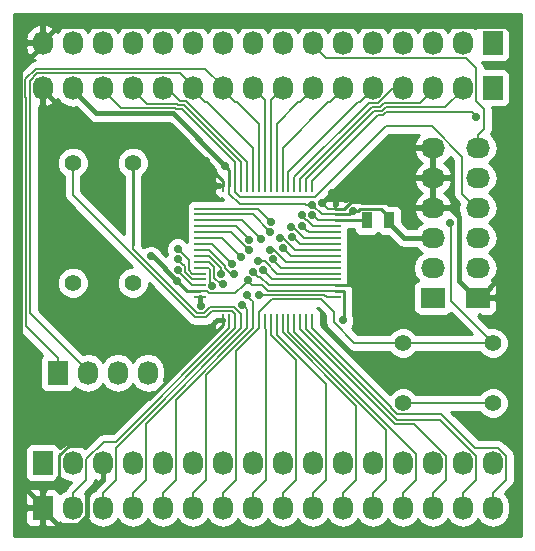
<source format=gtl>
%FSLAX46Y46*%
G04 Gerber Fmt 4.6, Leading zero omitted, Abs format (unit mm)*
G04 Created by KiCad (PCBNEW (20140926 BZR5148)-product) date Sat 01 Nov 2014 11:29:57 PM CDT*
%MOMM*%
G01*
G04 APERTURE LIST*
%ADD10C,0.150000*%
%ADD11R,0.250000X1.000000*%
%ADD12R,1.000000X0.250000*%
%ADD13R,0.889000X1.397000*%
%ADD14R,2.032000X1.727200*%
%ADD15O,2.032000X1.727200*%
%ADD16R,1.727200X2.032000*%
%ADD17O,1.727200X2.032000*%
%ADD18C,1.397000*%
%ADD19C,1.422400*%
%ADD20C,0.711200*%
%ADD21C,0.203200*%
%ADD22C,0.406400*%
%ADD23C,0.254000*%
G04 APERTURE END LIST*
D10*
D11*
X205800000Y-153020000D03*
X206300000Y-153020000D03*
X206800000Y-153020000D03*
X207300000Y-153020000D03*
X207800000Y-153020000D03*
X208300000Y-153020000D03*
X208800000Y-153020000D03*
X209300000Y-153020000D03*
X209800000Y-153020000D03*
X210300000Y-153020000D03*
X210800000Y-153020000D03*
X211300000Y-153020000D03*
X211800000Y-153020000D03*
X212300000Y-153020000D03*
X212800000Y-153020000D03*
X213300000Y-153020000D03*
D12*
X215250000Y-151070000D03*
X215250000Y-150570000D03*
X215250000Y-150070000D03*
X215250000Y-149570000D03*
X215250000Y-149070000D03*
X215250000Y-148570000D03*
X215250000Y-148070000D03*
X215250000Y-147570000D03*
X215250000Y-147070000D03*
X215250000Y-146570000D03*
X215250000Y-146070000D03*
X215250000Y-145570000D03*
X215250000Y-145070000D03*
X215250000Y-144570000D03*
X215250000Y-144070000D03*
X215250000Y-143570000D03*
D11*
X213300000Y-141620000D03*
X212800000Y-141620000D03*
X212300000Y-141620000D03*
X211800000Y-141620000D03*
X211300000Y-141620000D03*
X210800000Y-141620000D03*
X210300000Y-141620000D03*
X209800000Y-141620000D03*
X209300000Y-141620000D03*
X208800000Y-141620000D03*
X208300000Y-141620000D03*
X207800000Y-141620000D03*
X207300000Y-141620000D03*
X206800000Y-141620000D03*
X206300000Y-141620000D03*
X205800000Y-141620000D03*
D12*
X203850000Y-143570000D03*
X203850000Y-144070000D03*
X203850000Y-144570000D03*
X203850000Y-145070000D03*
X203850000Y-145570000D03*
X203850000Y-146070000D03*
X203850000Y-146570000D03*
X203850000Y-147070000D03*
X203850000Y-147570000D03*
X203850000Y-148070000D03*
X203850000Y-148570000D03*
X203850000Y-149070000D03*
X203850000Y-149570000D03*
X203850000Y-150070000D03*
X203850000Y-150570000D03*
X203850000Y-151070000D03*
D13*
X219849700Y-144576800D03*
X217944700Y-144576800D03*
D14*
X223520000Y-151130000D03*
D15*
X223520000Y-148590000D03*
X223520000Y-146050000D03*
X223520000Y-143510000D03*
X223520000Y-140970000D03*
X223520000Y-138430000D03*
D14*
X227330000Y-151130000D03*
D15*
X227330000Y-148590000D03*
X227330000Y-146050000D03*
X227330000Y-143510000D03*
X227330000Y-140970000D03*
X227330000Y-138430000D03*
D16*
X191770000Y-157480000D03*
D17*
X194310000Y-157480000D03*
X196850000Y-157480000D03*
X199390000Y-157480000D03*
D16*
X190500000Y-168910000D03*
D17*
X193040000Y-168910000D03*
X195580000Y-168910000D03*
X198120000Y-168910000D03*
X200660000Y-168910000D03*
X203200000Y-168910000D03*
X205740000Y-168910000D03*
X208280000Y-168910000D03*
X210820000Y-168910000D03*
X213360000Y-168910000D03*
X215900000Y-168910000D03*
X218440000Y-168910000D03*
X220980000Y-168910000D03*
X223520000Y-168910000D03*
X226060000Y-168910000D03*
X228600000Y-168910000D03*
D16*
X190500000Y-165100000D03*
D17*
X193040000Y-165100000D03*
X195580000Y-165100000D03*
X198120000Y-165100000D03*
X200660000Y-165100000D03*
X203200000Y-165100000D03*
X205740000Y-165100000D03*
X208280000Y-165100000D03*
X210820000Y-165100000D03*
X213360000Y-165100000D03*
X215900000Y-165100000D03*
X218440000Y-165100000D03*
X220980000Y-165100000D03*
X223520000Y-165100000D03*
X226060000Y-165100000D03*
X228600000Y-165100000D03*
D16*
X228600000Y-133350000D03*
D17*
X226060000Y-133350000D03*
X223520000Y-133350000D03*
X220980000Y-133350000D03*
X218440000Y-133350000D03*
X215900000Y-133350000D03*
X213360000Y-133350000D03*
X210820000Y-133350000D03*
X208280000Y-133350000D03*
X205740000Y-133350000D03*
X203200000Y-133350000D03*
X200660000Y-133350000D03*
X198120000Y-133350000D03*
X195580000Y-133350000D03*
X193040000Y-133350000D03*
X190500000Y-133350000D03*
D16*
X228600000Y-129540000D03*
D17*
X226060000Y-129540000D03*
X223520000Y-129540000D03*
X220980000Y-129540000D03*
X218440000Y-129540000D03*
X215900000Y-129540000D03*
X213360000Y-129540000D03*
X210820000Y-129540000D03*
X208280000Y-129540000D03*
X205740000Y-129540000D03*
X203200000Y-129540000D03*
X200660000Y-129540000D03*
X198120000Y-129540000D03*
X195580000Y-129540000D03*
X193040000Y-129540000D03*
X190500000Y-129540000D03*
D18*
X228600000Y-154940000D03*
X228600000Y-160020000D03*
X220980000Y-154940000D03*
X220980000Y-160020000D03*
D19*
X193040000Y-139700000D03*
X198120000Y-139700000D03*
X193040000Y-149860000D03*
X198120000Y-149860000D03*
D20*
X209829400Y-144678400D03*
X206522719Y-148285202D03*
X204357959Y-139526975D03*
X199466200Y-151053800D03*
X208282382Y-148899687D03*
X214172800Y-143103600D03*
X217220800Y-149987000D03*
X214985600Y-142240000D03*
X203860400Y-151815800D03*
X199649060Y-147623121D03*
X213283800Y-143230620D03*
X205971896Y-139967511D03*
X201849214Y-149665963D03*
X207870418Y-149658707D03*
X215900000Y-153035000D03*
X216728326Y-143743728D03*
X227177600Y-135788400D03*
X209778600Y-145567400D03*
X209016600Y-146177000D03*
X207959524Y-146191033D03*
X208000600Y-147091400D03*
X206680780Y-149134226D03*
X205619446Y-149146271D03*
X205799590Y-149990885D03*
X204858012Y-150149160D03*
X201929985Y-147001825D03*
X201930958Y-147865436D03*
X201918019Y-148728951D03*
X207401613Y-151693519D03*
X207780873Y-150917641D03*
X213331124Y-144100836D03*
X225018600Y-144780000D03*
X208838800Y-150926800D03*
X209151338Y-148772235D03*
X208746111Y-148009598D03*
X210011162Y-147867716D03*
X209750377Y-147044420D03*
X210814139Y-146906349D03*
X210609197Y-146067407D03*
X211629778Y-145957645D03*
X211529993Y-145099818D03*
X212458038Y-145021562D03*
X212420200Y-144145000D03*
X207264000Y-147675600D03*
D21*
X203850000Y-143570000D02*
X208721000Y-143570000D01*
X208721000Y-143570000D02*
X209829400Y-144678400D01*
X227854986Y-135119586D02*
X227177610Y-134442210D01*
X227330000Y-138430000D02*
X227330000Y-137363200D01*
X227330000Y-137363200D02*
X227854986Y-136838214D01*
X227854986Y-136838214D02*
X227854986Y-135119586D01*
X226295970Y-130810010D02*
X214477610Y-130810010D01*
X227177610Y-134442210D02*
X227177610Y-131691650D01*
X227177610Y-131691650D02*
X226295970Y-130810010D01*
X214477610Y-130810010D02*
X213360000Y-129692400D01*
X213360000Y-129692400D02*
X213360000Y-129540000D01*
X206167120Y-147929603D02*
X206522719Y-148285202D01*
X204807517Y-146570000D02*
X206167120Y-147929603D01*
X203850000Y-146570000D02*
X204807517Y-146570000D01*
X201804367Y-135153390D02*
X201702768Y-135051791D01*
X202298800Y-135153390D02*
X201804367Y-135153390D01*
X206800000Y-139654590D02*
X202298800Y-135153390D01*
X206800000Y-141620000D02*
X206800000Y-139654590D01*
X197129391Y-135051791D02*
X195580000Y-133502400D01*
X195580000Y-133502400D02*
X195580000Y-133350000D01*
X201702768Y-135051791D02*
X197129391Y-135051791D01*
X213512400Y-142621000D02*
X207218798Y-142621000D01*
X207218798Y-142621000D02*
X206800000Y-142202202D01*
X206800000Y-142202202D02*
X206800000Y-141620000D01*
X219532200Y-136601200D02*
X213512400Y-142621000D01*
X223424139Y-136601200D02*
X219532200Y-136601200D01*
X226009200Y-142341600D02*
X226009200Y-139186261D01*
X226009200Y-139186261D02*
X223424139Y-136601200D01*
X227330000Y-143510000D02*
X227177600Y-143510000D01*
X227177600Y-143510000D02*
X226009200Y-142341600D01*
X194310000Y-157327600D02*
X194310000Y-157480000D01*
X190037071Y-132079990D02*
X189382390Y-132734671D01*
X189382390Y-132734671D02*
X189382390Y-133965329D01*
X202082390Y-132079990D02*
X190037071Y-132079990D01*
X203200000Y-133197600D02*
X202082390Y-132079990D01*
X203200000Y-133350000D02*
X203200000Y-133197600D01*
X189407820Y-133990759D02*
X189407820Y-152425420D01*
X189382390Y-133965329D02*
X189407820Y-133990759D01*
X189407820Y-152425420D02*
X194310000Y-157327600D01*
X208300000Y-141620000D02*
X208300000Y-138450000D01*
X208300000Y-138450000D02*
X204419200Y-134569200D01*
X204419200Y-134569200D02*
X204266800Y-134569200D01*
X204266800Y-134569200D02*
X203200000Y-133502400D01*
X203200000Y-133502400D02*
X203200000Y-133350000D01*
X204266780Y-131724380D02*
X205740000Y-133197600D01*
X191770000Y-157480000D02*
X191770000Y-156260800D01*
X189026780Y-134112627D02*
X189026780Y-132587373D01*
X189052210Y-134138057D02*
X189026780Y-134112627D01*
X191770000Y-156260800D02*
X189052210Y-153543010D01*
X189889773Y-131724380D02*
X204266780Y-131724380D01*
X189052210Y-153543010D02*
X189052210Y-134138057D01*
X189026780Y-132587373D02*
X189889773Y-131724380D01*
X205740000Y-133197600D02*
X205740000Y-133350000D01*
X208800000Y-141620000D02*
X208800000Y-136410000D01*
X208800000Y-136410000D02*
X206959200Y-134569200D01*
X206959200Y-134569200D02*
X206806800Y-134569200D01*
X206806800Y-134569200D02*
X205740000Y-133502400D01*
X205740000Y-133502400D02*
X205740000Y-133350000D01*
D22*
X230505000Y-134620000D02*
X230505000Y-128925318D01*
X230505000Y-128925318D02*
X229697282Y-128117600D01*
X229697282Y-128117600D02*
X191770000Y-128117600D01*
X191770000Y-128117600D02*
X190500000Y-129387600D01*
X190500000Y-129387600D02*
X190500000Y-129540000D01*
X229235000Y-135890000D02*
X230505000Y-134620000D01*
X229235000Y-149377400D02*
X229235000Y-135890000D01*
X227330000Y-151130000D02*
X227482400Y-151130000D01*
X227482400Y-151130000D02*
X229235000Y-149377400D01*
X188595000Y-132372561D02*
X188595000Y-131597400D01*
X188595000Y-131597400D02*
X190500000Y-129692400D01*
X190500000Y-129692400D02*
X190500000Y-129540000D01*
X190500000Y-168910000D02*
X190500000Y-168757600D01*
X190500000Y-168757600D02*
X188569570Y-166827170D01*
X188569570Y-166827170D02*
X188569570Y-132397991D01*
X188569570Y-132397991D02*
X188595000Y-132372561D01*
X201355984Y-136525000D02*
X204002360Y-139171376D01*
X193522600Y-136525000D02*
X201355984Y-136525000D01*
X204002360Y-139171376D02*
X204357959Y-139526975D01*
X190500000Y-133350000D02*
X190500000Y-133502400D01*
D23*
X205800000Y-141245000D02*
X204357959Y-139802959D01*
X204357959Y-139802959D02*
X204357959Y-139526975D01*
D22*
X190500000Y-133502400D02*
X193522600Y-136525000D01*
D23*
X205800000Y-141620000D02*
X205800000Y-141245000D01*
D22*
X225729801Y-144297401D02*
X224942400Y-143510000D01*
X227177600Y-151130000D02*
X225729801Y-149682201D01*
X227330000Y-151130000D02*
X227177600Y-151130000D01*
X225729801Y-149682201D02*
X225729801Y-144297401D01*
X224942400Y-143510000D02*
X223520000Y-143510000D01*
D23*
X205800000Y-153020000D02*
X205800000Y-153395000D01*
X205800000Y-153395000D02*
X199516990Y-159678010D01*
X199516990Y-159678010D02*
X198246990Y-159678010D01*
X192718940Y-163652200D02*
X191896990Y-164474150D01*
X190500000Y-167640000D02*
X190500000Y-168910000D01*
X198246990Y-159678010D02*
X194272800Y-163652200D01*
X194272800Y-163652200D02*
X192718940Y-163652200D01*
X191896990Y-164474150D02*
X191896990Y-166243010D01*
X191896990Y-166243010D02*
X190500000Y-167640000D01*
D22*
X195580000Y-165100000D02*
X195580000Y-166522400D01*
X195580000Y-166522400D02*
X194259210Y-167843190D01*
X194259210Y-167843190D02*
X194259210Y-169567413D01*
X194259210Y-169567413D02*
X193494223Y-170332400D01*
X193494223Y-170332400D02*
X191770000Y-170332400D01*
X190500000Y-169062400D02*
X190500000Y-168910000D01*
X191770000Y-170332400D02*
X190500000Y-169062400D01*
X217537200Y-142988200D02*
X221575800Y-142988200D01*
X221575800Y-142988200D02*
X222097600Y-143510000D01*
X222097600Y-143510000D02*
X223520000Y-143510000D01*
X223520000Y-138430000D02*
X223520000Y-140970000D01*
X223520000Y-140970000D02*
X223520000Y-143510000D01*
X203850000Y-151070000D02*
X203850000Y-151805400D01*
X203850000Y-151805400D02*
X203860400Y-151815800D01*
X204694800Y-153593800D02*
X202006200Y-153593800D01*
X202006200Y-153593800D02*
X199466200Y-151053800D01*
X205800000Y-153020000D02*
X205268600Y-153020000D01*
X205268600Y-153020000D02*
X204694800Y-153593800D01*
D21*
X208637981Y-149255286D02*
X208282382Y-148899687D01*
X215250000Y-150070000D02*
X209641118Y-150070000D01*
X208709284Y-149326589D02*
X208637981Y-149255286D01*
X208897707Y-149326589D02*
X208709284Y-149326589D01*
X209641118Y-150070000D02*
X208897707Y-149326589D01*
X215250000Y-143570000D02*
X214639200Y-143570000D01*
X214639200Y-143570000D02*
X214172800Y-143103600D01*
D23*
X215250000Y-150070000D02*
X217137800Y-150070000D01*
X217137800Y-150070000D02*
X217220800Y-149987000D01*
X216585800Y-142988200D02*
X217537200Y-142988200D01*
X216004000Y-143570000D02*
X216585800Y-142988200D01*
X215250000Y-143570000D02*
X216004000Y-143570000D01*
X215250000Y-143570000D02*
X215250000Y-142504400D01*
X215250000Y-142504400D02*
X214985600Y-142240000D01*
D22*
X193040000Y-133350000D02*
X193040000Y-133502400D01*
X205971896Y-139967511D02*
X201513385Y-135509000D01*
X195046600Y-135509000D02*
X201513385Y-135509000D01*
X193040000Y-133502400D02*
X195046600Y-135509000D01*
X201849214Y-149665963D02*
X199806372Y-147623121D01*
X199806372Y-147623121D02*
X199649060Y-147623121D01*
D21*
X228600000Y-160020000D02*
X227612172Y-160020000D01*
X227612172Y-160020000D02*
X220980000Y-160020000D01*
D22*
X223520000Y-146050000D02*
X221068900Y-146050000D01*
X221068900Y-146050000D02*
X219849700Y-144830800D01*
X219849700Y-144830800D02*
X219849700Y-144576800D01*
D21*
X207182020Y-143205220D02*
X212755506Y-143205220D01*
X213334600Y-143230620D02*
X213283800Y-143230620D01*
X206300000Y-142323200D02*
X207182020Y-143205220D01*
X206300000Y-141620000D02*
X206300000Y-142323200D01*
X215250000Y-144070000D02*
X214173980Y-144070000D01*
X212780906Y-143230620D02*
X213283800Y-143230620D01*
X214173980Y-144070000D02*
X213334600Y-143230620D01*
X212755506Y-143205220D02*
X212780906Y-143230620D01*
X208226017Y-150014306D02*
X207870418Y-149658707D01*
X209082516Y-150014306D02*
X208226017Y-150014306D01*
X209588590Y-150520380D02*
X209082516Y-150014306D01*
X214546800Y-150570000D02*
X214497180Y-150520380D01*
X215250000Y-150570000D02*
X214546800Y-150570000D01*
X214497180Y-150520380D02*
X209588590Y-150520380D01*
D23*
X206300000Y-141620000D02*
X206300000Y-140295615D01*
X206300000Y-140295615D02*
X205971896Y-139967511D01*
D21*
X206770364Y-150758761D02*
X207514819Y-150014306D01*
X204376642Y-150570000D02*
X204565403Y-150758761D01*
X207514819Y-150014306D02*
X207870418Y-149658707D01*
X204565403Y-150758761D02*
X206770364Y-150758761D01*
X203850000Y-150570000D02*
X204376642Y-150570000D01*
D23*
X202204813Y-150021562D02*
X201849214Y-149665963D01*
X203850000Y-150570000D02*
X202753251Y-150570000D01*
X202753251Y-150570000D02*
X202204813Y-150021562D01*
X215250000Y-150570000D02*
X216004000Y-150570000D01*
X216004000Y-150570000D02*
X216029401Y-150595401D01*
X216029401Y-150595401D02*
X216029401Y-152905599D01*
X216029401Y-152905599D02*
X215900000Y-153035000D01*
X219849700Y-144576800D02*
X219849700Y-144322800D01*
X219849700Y-144322800D02*
X219125799Y-143598899D01*
X217231220Y-143743728D02*
X216728326Y-143743728D01*
X219125799Y-143598899D02*
X217376049Y-143598899D01*
X217376049Y-143598899D02*
X217231220Y-143743728D01*
X216402054Y-144070000D02*
X216728326Y-143743728D01*
X215250000Y-144070000D02*
X216402054Y-144070000D01*
D21*
X193040000Y-167690800D02*
X193040000Y-168910000D01*
X194157610Y-166573190D02*
X193040000Y-167690800D01*
X194157610Y-164789451D02*
X194157610Y-166573190D01*
X195650461Y-163296600D02*
X194157610Y-164789451D01*
X196712060Y-163296600D02*
X195650461Y-163296600D01*
X206300000Y-153020000D02*
X206300000Y-153708660D01*
X206300000Y-153708660D02*
X196712060Y-163296600D01*
X223827638Y-135432800D02*
X226822000Y-135432800D01*
X226822000Y-135432800D02*
X227177600Y-135788400D01*
X219598863Y-135432800D02*
X223827638Y-135432800D01*
X228600000Y-133502400D02*
X228600000Y-133350000D01*
X213300000Y-141245000D02*
X218858162Y-135686838D01*
X213300000Y-141620000D02*
X213300000Y-141245000D01*
X219344826Y-135686837D02*
X219598863Y-135432800D01*
X218858162Y-135686838D02*
X219344826Y-135686837D01*
X219553135Y-134975620D02*
X224586780Y-134975620D01*
X219197527Y-135331228D02*
X219553135Y-134975620D01*
X212800000Y-141093108D02*
X218561880Y-135331228D01*
X226060000Y-133502400D02*
X226060000Y-133350000D01*
X212800000Y-141620000D02*
X212800000Y-141093108D01*
X224586780Y-134975620D02*
X226060000Y-133502400D01*
X218561880Y-135331228D02*
X219197527Y-135331228D01*
X212300000Y-141085108D02*
X218409488Y-134975620D01*
X222402390Y-134620010D02*
X223520000Y-133502400D01*
X223520000Y-133502400D02*
X223520000Y-133350000D01*
X219405837Y-134620010D02*
X222402390Y-134620010D01*
X219050228Y-134975619D02*
X219405837Y-134620010D01*
X218409488Y-134975620D02*
X219050228Y-134975619D01*
X212300000Y-141620000D02*
X212300000Y-141085108D01*
X211800000Y-140916800D02*
X218096790Y-134620010D01*
X211800000Y-141620000D02*
X211800000Y-140916800D01*
X220172939Y-133350000D02*
X220980000Y-133350000D01*
X218902929Y-134620010D02*
X220172939Y-133350000D01*
X218096790Y-134620010D02*
X218902929Y-134620010D01*
X211300000Y-141620000D02*
X211300000Y-140490000D01*
X211300000Y-140490000D02*
X217220800Y-134569200D01*
X217220800Y-134569200D02*
X217373200Y-134569200D01*
X217373200Y-134569200D02*
X218440000Y-133502400D01*
X218440000Y-133502400D02*
X218440000Y-133350000D01*
X210800000Y-141620000D02*
X210800000Y-138450000D01*
X210800000Y-138450000D02*
X214680800Y-134569200D01*
X214680800Y-134569200D02*
X214833200Y-134569200D01*
X214833200Y-134569200D02*
X215900000Y-133502400D01*
X215900000Y-133502400D02*
X215900000Y-133350000D01*
X210300000Y-141620000D02*
X210300000Y-136410000D01*
X210300000Y-136410000D02*
X212140800Y-134569200D01*
X212140800Y-134569200D02*
X212293200Y-134569200D01*
X212293200Y-134569200D02*
X213360000Y-133502400D01*
X213360000Y-133502400D02*
X213360000Y-133350000D01*
X202098963Y-134442170D02*
X201006793Y-133350000D01*
X207800000Y-139648774D02*
X202593396Y-134442170D01*
X207800000Y-141620000D02*
X207800000Y-139648774D01*
X202593396Y-134442170D02*
X202098963Y-134442170D01*
X201006793Y-133350000D02*
X200660000Y-133350000D01*
X207300000Y-141620000D02*
X207300000Y-139651682D01*
X199313781Y-134696181D02*
X198120000Y-133502400D01*
X202446098Y-134797780D02*
X201951665Y-134797780D01*
X201850066Y-134696181D02*
X199313781Y-134696181D01*
X201951665Y-134797780D02*
X201850066Y-134696181D01*
X207300000Y-139651682D02*
X202446098Y-134797780D01*
X198120000Y-133502400D02*
X198120000Y-133350000D01*
X208281200Y-144070000D02*
X203850000Y-144070000D01*
X209778600Y-145567400D02*
X208281200Y-144070000D01*
X203850000Y-144570000D02*
X207409600Y-144570000D01*
X207409600Y-144570000D02*
X209016600Y-146177000D01*
X203850000Y-145070000D02*
X206838491Y-145070000D01*
X206838491Y-145070000D02*
X207603925Y-145835434D01*
X207603925Y-145835434D02*
X207959524Y-146191033D01*
X207602082Y-146735801D02*
X207645001Y-146735801D01*
X207645001Y-146735801D02*
X208000600Y-147091400D01*
X206436281Y-145570000D02*
X207602082Y-146735801D01*
X203850000Y-145570000D02*
X206436281Y-145570000D01*
X204553200Y-147070000D02*
X205913118Y-148429918D01*
X203850000Y-147070000D02*
X204553200Y-147070000D01*
X205913118Y-148577811D02*
X206469533Y-149134226D01*
X205913118Y-148429918D02*
X205913118Y-148577811D01*
X206469533Y-149134226D02*
X206680780Y-149134226D01*
X203850000Y-147570000D02*
X204547384Y-147570000D01*
X205557148Y-149083973D02*
X205619446Y-149146271D01*
X204547384Y-147570000D02*
X205557148Y-148579764D01*
X205557148Y-148579764D02*
X205557148Y-149083973D01*
X205561850Y-149990885D02*
X205799590Y-149990885D01*
X205009845Y-148535369D02*
X205009845Y-149438880D01*
X204544476Y-148070000D02*
X205009845Y-148535369D01*
X203850000Y-148070000D02*
X204544476Y-148070000D01*
X205009845Y-149438880D02*
X205561850Y-149990885D01*
X204654235Y-148706364D02*
X204654235Y-149945383D01*
X203850000Y-148570000D02*
X204517871Y-148570000D01*
X204654235Y-149945383D02*
X204858012Y-150149160D01*
X204517871Y-148570000D02*
X204654235Y-148706364D01*
X203146800Y-149070000D02*
X202883230Y-148806430D01*
X202883230Y-147955070D02*
X202285584Y-147357424D01*
X202285584Y-147357424D02*
X201929985Y-147001825D01*
X203850000Y-149070000D02*
X203146800Y-149070000D01*
X202883230Y-148806430D02*
X202883230Y-147955070D01*
X202527620Y-148979328D02*
X202527620Y-148462098D01*
X203118292Y-149570000D02*
X202527620Y-148979328D01*
X202527620Y-148462098D02*
X202286557Y-148221035D01*
X203850000Y-149570000D02*
X203118292Y-149570000D01*
X202286557Y-148221035D02*
X201930958Y-147865436D01*
X201918019Y-148872635D02*
X201918019Y-148728951D01*
X203115384Y-150070000D02*
X201918019Y-148872635D01*
X203850000Y-150070000D02*
X203115384Y-150070000D01*
X206800000Y-153711568D02*
X196697610Y-163813958D01*
X196697610Y-166573190D02*
X195580000Y-167690800D01*
X195580000Y-167690800D02*
X195580000Y-168910000D01*
X206800000Y-153020000D02*
X206800000Y-153711568D01*
X196697610Y-163813958D02*
X196697610Y-166573190D01*
X203395093Y-152781011D02*
X193040000Y-142425918D01*
X204300307Y-152781011D02*
X203395093Y-152781011D01*
X206558684Y-152255708D02*
X204825610Y-152255708D01*
X206800000Y-152497024D02*
X206558684Y-152255708D01*
X206800000Y-153020000D02*
X206800000Y-152497024D01*
X193040000Y-140705788D02*
X193040000Y-139700000D01*
X193040000Y-142425918D02*
X193040000Y-140705788D01*
X204825610Y-152255708D02*
X204300307Y-152781011D01*
X207300000Y-153020000D02*
X207300000Y-153714476D01*
X199237610Y-166573190D02*
X198120000Y-167690800D01*
X207300000Y-153714476D02*
X199237610Y-161776866D01*
X198120000Y-167690800D02*
X198120000Y-168910000D01*
X199237610Y-161776866D02*
X199237610Y-166573190D01*
X207300000Y-152494116D02*
X207300000Y-153020000D01*
X204686400Y-151892010D02*
X206697894Y-151892010D01*
X204153009Y-152425401D02*
X204686400Y-151892010D01*
X203542391Y-152425401D02*
X204153009Y-152425401D01*
X206697894Y-151892010D02*
X207300000Y-152494116D01*
X198120000Y-147003010D02*
X203542391Y-152425401D01*
X198120000Y-146685000D02*
X198120000Y-147003010D01*
D23*
X198120000Y-139700000D02*
X198120000Y-146685000D01*
D21*
X200660000Y-167690800D02*
X200660000Y-168910000D01*
X207800000Y-153020000D02*
X207800000Y-153717384D01*
X201777610Y-159739774D02*
X201777610Y-166573190D01*
X201777610Y-166573190D02*
X200660000Y-167690800D01*
X207800000Y-153717384D02*
X201777610Y-159739774D01*
X207800000Y-153020000D02*
X207800000Y-152091906D01*
X207800000Y-152091906D02*
X207757212Y-152049118D01*
X207757212Y-152049118D02*
X207401613Y-151693519D01*
X203200000Y-167690800D02*
X203200000Y-168910000D01*
X208300000Y-153720292D02*
X204317610Y-157702682D01*
X208300000Y-153020000D02*
X208300000Y-153720292D01*
X204317610Y-157702682D02*
X204317610Y-166573190D01*
X204317610Y-166573190D02*
X203200000Y-167690800D01*
X208300000Y-153020000D02*
X208300000Y-151436768D01*
X208300000Y-151436768D02*
X208136472Y-151273240D01*
X208136472Y-151273240D02*
X207780873Y-150917641D01*
X213686723Y-144456435D02*
X213331124Y-144100836D01*
X213800288Y-144570000D02*
X213686723Y-144456435D01*
X215250000Y-144570000D02*
X213800288Y-144570000D01*
D23*
X215250000Y-144570000D02*
X217937900Y-144570000D01*
X217937900Y-144570000D02*
X217944700Y-144576800D01*
D21*
X228600000Y-154940000D02*
X225044000Y-151384000D01*
X225044000Y-144805400D02*
X225018600Y-144780000D01*
X225044000Y-151384000D02*
X225044000Y-144805400D01*
X220980000Y-154940000D02*
X228600000Y-154940000D01*
X206857610Y-155665590D02*
X206857610Y-164789451D01*
X208800000Y-153020000D02*
X208800000Y-153723200D01*
X208800000Y-153723200D02*
X206857610Y-155665590D01*
X227482400Y-140970000D02*
X227330000Y-140970000D01*
X215163400Y-153212800D02*
X216890600Y-154940000D01*
X216890600Y-154940000D02*
X220980000Y-154940000D01*
X215163400Y-152298400D02*
X215163400Y-153212800D01*
X214096600Y-151231600D02*
X215163400Y-152298400D01*
X209885200Y-151231600D02*
X214096600Y-151231600D01*
X208800000Y-153020000D02*
X208800000Y-152316800D01*
X208800000Y-152316800D02*
X209885200Y-151231600D01*
X206857610Y-164789451D02*
X206857610Y-166573190D01*
X206857610Y-166573190D02*
X205740000Y-167690800D01*
X205740000Y-167690800D02*
X205740000Y-168910000D01*
X228600000Y-168910000D02*
X228600000Y-167690800D01*
X228600000Y-167690800D02*
X229717610Y-166573190D01*
X229717610Y-166573190D02*
X229717610Y-164484671D01*
X227101390Y-163829990D02*
X224243901Y-160972501D01*
X224243901Y-160972501D02*
X220522799Y-160972501D01*
X229717610Y-164484671D02*
X229062929Y-163829990D01*
X229062929Y-163829990D02*
X227101390Y-163829990D01*
X220522799Y-160972501D02*
X220014800Y-160464502D01*
X213300000Y-153686200D02*
X213300000Y-153020000D01*
X220014800Y-160464502D02*
X220014800Y-160401000D01*
X220014800Y-160401000D02*
X213300000Y-153686200D01*
X209392504Y-150875990D02*
X214352790Y-150875990D01*
X214546800Y-151070000D02*
X215250000Y-151070000D01*
X214352790Y-150875990D02*
X214546800Y-151070000D01*
X209341694Y-150926800D02*
X209392504Y-150875990D01*
X208838800Y-150926800D02*
X209341694Y-150926800D01*
X209397610Y-164484671D02*
X209397610Y-164722532D01*
X209397610Y-164722532D02*
X209397610Y-166573190D01*
X209300000Y-153020000D02*
X209300000Y-153723200D01*
X209300000Y-153723200D02*
X209397610Y-153820810D01*
X209397610Y-153820810D02*
X209397610Y-164722532D01*
X209397610Y-166573190D02*
X208280000Y-167690800D01*
X208280000Y-167690800D02*
X208280000Y-168910000D01*
X210820000Y-167690800D02*
X210820000Y-168910000D01*
X211937610Y-166573190D02*
X210820000Y-167690800D01*
X211937610Y-156382718D02*
X211937610Y-166573190D01*
X209800000Y-154245108D02*
X211937610Y-156382718D01*
X209800000Y-153020000D02*
X209800000Y-154245108D01*
X210300000Y-153020000D02*
X210300000Y-154242200D01*
X210300000Y-154242200D02*
X214477610Y-158419810D01*
X214477610Y-166573190D02*
X213360000Y-167690800D01*
X214477610Y-158419810D02*
X214477610Y-166573190D01*
X213360000Y-167690800D02*
X213360000Y-168910000D01*
X217031750Y-160288090D02*
X210800000Y-154056340D01*
X215900000Y-168910000D02*
X215900000Y-167690800D01*
X215900000Y-167690800D02*
X217017610Y-166573190D01*
X217017610Y-166573190D02*
X217017610Y-160302230D01*
X217017610Y-160302230D02*
X217031750Y-160288090D01*
X210800000Y-153723200D02*
X210800000Y-153020000D01*
X210800000Y-154056340D02*
X210800000Y-153723200D01*
X218440000Y-168910000D02*
X218440000Y-167690800D01*
X218440000Y-167690800D02*
X219557610Y-166573190D01*
X211300000Y-154053432D02*
X211300000Y-153020000D01*
X219557610Y-166573190D02*
X219557610Y-162311042D01*
X219557610Y-162311042D02*
X211300000Y-154053432D01*
X220980000Y-168910000D02*
X220980000Y-167690800D01*
X220980000Y-167690800D02*
X222097610Y-166573190D01*
X222097610Y-166573190D02*
X222097610Y-164348134D01*
X222097610Y-164348134D02*
X211800000Y-154050524D01*
X211800000Y-154050524D02*
X211800000Y-153020000D01*
X223520000Y-167690800D02*
X223520000Y-168910000D01*
X224637610Y-166573190D02*
X223520000Y-167690800D01*
X221950959Y-161798020D02*
X224637610Y-164484671D01*
X224637610Y-164484671D02*
X224637610Y-166573190D01*
X220342502Y-161798020D02*
X221950959Y-161798020D01*
X212300000Y-153020000D02*
X212300000Y-153755518D01*
X212300000Y-153755518D02*
X220342502Y-161798020D01*
X212800000Y-153020000D02*
X212800000Y-153752610D01*
X227177610Y-166573190D02*
X226060000Y-167690800D01*
X227177610Y-164484671D02*
X227177610Y-166573190D01*
X224135349Y-161442410D02*
X227177610Y-164484671D01*
X212800000Y-153752610D02*
X220489800Y-161442410D01*
X226060000Y-167690800D02*
X226060000Y-168910000D01*
X220489800Y-161442410D02*
X224135349Y-161442410D01*
X209949103Y-149570000D02*
X209506937Y-149127834D01*
X209506937Y-149127834D02*
X209151338Y-148772235D01*
X215250000Y-149570000D02*
X209949103Y-149570000D01*
X209249005Y-148009598D02*
X208746111Y-148009598D01*
X209290911Y-148009598D02*
X209249005Y-148009598D01*
X210351313Y-149070000D02*
X209290911Y-148009598D01*
X215250000Y-149070000D02*
X210351313Y-149070000D01*
X210366761Y-148223315D02*
X210011162Y-147867716D01*
X215250000Y-148570000D02*
X210713446Y-148570000D01*
X210713446Y-148570000D02*
X210366761Y-148223315D01*
X215250000Y-148070000D02*
X211115656Y-148070000D01*
X211115656Y-148070000D02*
X210090076Y-147044420D01*
X210090076Y-147044420D02*
X209750377Y-147044420D01*
X211169738Y-147261948D02*
X210814139Y-146906349D01*
X211477790Y-147570000D02*
X211169738Y-147261948D01*
X215250000Y-147570000D02*
X211477790Y-147570000D01*
X215250000Y-147070000D02*
X211880000Y-147070000D01*
X211880000Y-147070000D02*
X210877407Y-146067407D01*
X210877407Y-146067407D02*
X210609197Y-146067407D01*
X212242133Y-146570000D02*
X211985377Y-146313244D01*
X215250000Y-146570000D02*
X212242133Y-146570000D01*
X211985377Y-146313244D02*
X211629778Y-145957645D01*
X211674161Y-145099818D02*
X211529993Y-145099818D01*
X212644343Y-146070000D02*
X211674161Y-145099818D01*
X215250000Y-146070000D02*
X212644343Y-146070000D01*
X212813637Y-145377161D02*
X212458038Y-145021562D01*
X215250000Y-145570000D02*
X213006476Y-145570000D01*
X213006476Y-145570000D02*
X212813637Y-145377161D01*
X213408686Y-145070000D02*
X212839285Y-144500599D01*
X212775799Y-144500599D02*
X212420200Y-144145000D01*
X215250000Y-145070000D02*
X213408686Y-145070000D01*
X212839285Y-144500599D02*
X212775799Y-144500599D01*
X209800000Y-141620000D02*
X209800000Y-134370000D01*
X209800000Y-134370000D02*
X210820000Y-133350000D01*
X209300000Y-141620000D02*
X209300000Y-134370000D01*
X209300000Y-134370000D02*
X208280000Y-133350000D01*
X207264000Y-147675600D02*
X205658400Y-146070000D01*
X205658400Y-146070000D02*
X203850000Y-146070000D01*
D23*
G36*
X195478090Y-166751000D02*
X195059145Y-167169945D01*
X194899470Y-167408915D01*
X194898704Y-167412762D01*
X194520330Y-167665585D01*
X194310000Y-167980365D01*
X194102575Y-167669934D01*
X194678465Y-167094045D01*
X194838140Y-166855075D01*
X194894210Y-166573190D01*
X194894210Y-166554898D01*
X195205209Y-166704709D01*
X195220974Y-166707358D01*
X195452998Y-166586218D01*
X195452998Y-166751000D01*
X195478090Y-166751000D01*
X195478090Y-166751000D01*
G37*
X195478090Y-166751000D02*
X195059145Y-167169945D01*
X194899470Y-167408915D01*
X194898704Y-167412762D01*
X194520330Y-167665585D01*
X194310000Y-167980365D01*
X194102575Y-167669934D01*
X194678465Y-167094045D01*
X194838140Y-166855075D01*
X194894210Y-166573190D01*
X194894210Y-166554898D01*
X195205209Y-166704709D01*
X195220974Y-166707358D01*
X195452998Y-166586218D01*
X195452998Y-166751000D01*
X195478090Y-166751000D01*
G36*
X195727000Y-165227000D02*
X195707000Y-165227000D01*
X195707000Y-165247000D01*
X195453000Y-165247000D01*
X195453000Y-165227000D01*
X195433000Y-165227000D01*
X195433000Y-164973000D01*
X195453000Y-164973000D01*
X195453000Y-164953000D01*
X195707000Y-164953000D01*
X195707000Y-164973000D01*
X195727000Y-164973000D01*
X195727000Y-165227000D01*
X195727000Y-165227000D01*
G37*
X195727000Y-165227000D02*
X195707000Y-165227000D01*
X195707000Y-165247000D01*
X195453000Y-165247000D01*
X195453000Y-165227000D01*
X195433000Y-165227000D01*
X195433000Y-164973000D01*
X195453000Y-164973000D01*
X195453000Y-164953000D01*
X195707000Y-164953000D01*
X195707000Y-164973000D01*
X195727000Y-164973000D01*
X195727000Y-165227000D01*
G36*
X205772025Y-142833400D02*
X204532802Y-142833400D01*
X204476310Y-142810000D01*
X204223691Y-142810000D01*
X203223691Y-142810000D01*
X202990302Y-142906673D01*
X202811673Y-143085301D01*
X202715000Y-143318690D01*
X202715000Y-143571309D01*
X202715000Y-143818690D01*
X202715000Y-143821309D01*
X202715000Y-144071309D01*
X202715000Y-144318690D01*
X202715000Y-144321309D01*
X202715000Y-144571309D01*
X202715000Y-144818690D01*
X202715000Y-144821309D01*
X202715000Y-145071309D01*
X202715000Y-145318690D01*
X202715000Y-145321309D01*
X202715000Y-145571309D01*
X202715000Y-145818690D01*
X202715000Y-145821309D01*
X202715000Y-146071309D01*
X202715000Y-146318690D01*
X202715000Y-146321309D01*
X202715000Y-146386067D01*
X202491847Y-146162525D01*
X202127892Y-146011397D01*
X201733807Y-146011053D01*
X201369588Y-146161546D01*
X201090685Y-146439963D01*
X200939557Y-146803918D01*
X200939213Y-147198003D01*
X201037111Y-147434935D01*
X200968592Y-147599947D01*
X200530157Y-147161512D01*
X200489339Y-147062724D01*
X200210922Y-146783821D01*
X199846967Y-146632693D01*
X199452882Y-146632349D01*
X199088663Y-146782842D01*
X199015038Y-146856338D01*
X198875645Y-146716945D01*
X198882000Y-146685000D01*
X198882000Y-140841484D01*
X199260588Y-140463557D01*
X199465966Y-139968951D01*
X199466434Y-139433399D01*
X199261919Y-138938435D01*
X198883557Y-138559412D01*
X198388951Y-138354034D01*
X197853399Y-138353566D01*
X197358435Y-138558081D01*
X196979412Y-138936443D01*
X196774034Y-139431049D01*
X196773566Y-139966601D01*
X196978081Y-140461565D01*
X197356443Y-140840588D01*
X197358000Y-140841234D01*
X197358000Y-145702208D01*
X193776600Y-142120808D01*
X193776600Y-140852234D01*
X193801565Y-140841919D01*
X194180588Y-140463557D01*
X194385966Y-139968951D01*
X194386434Y-139433399D01*
X194181919Y-138938435D01*
X193803557Y-138559412D01*
X193308951Y-138354034D01*
X192773399Y-138353566D01*
X192278435Y-138558081D01*
X191899412Y-138936443D01*
X191694034Y-139431049D01*
X191693566Y-139966601D01*
X191898081Y-140461565D01*
X192276443Y-140840588D01*
X192303400Y-140851781D01*
X192303400Y-142425918D01*
X192359470Y-142707803D01*
X192519145Y-142946773D01*
X198086141Y-148513769D01*
X197853399Y-148513566D01*
X197358435Y-148718081D01*
X196979412Y-149096443D01*
X196774034Y-149591049D01*
X196773566Y-150126601D01*
X196978081Y-150621565D01*
X197356443Y-151000588D01*
X197851049Y-151205966D01*
X198386601Y-151206434D01*
X198881565Y-151001919D01*
X199260588Y-150623557D01*
X199465966Y-150128951D01*
X199466171Y-149893799D01*
X202874238Y-153301866D01*
X203113208Y-153461541D01*
X203395093Y-153517611D01*
X204300307Y-153517611D01*
X204582192Y-153461541D01*
X204821162Y-153301866D01*
X205040000Y-153083028D01*
X205040000Y-153147002D01*
X205198748Y-153147002D01*
X205040000Y-153305750D01*
X205040000Y-153646309D01*
X205122197Y-153844752D01*
X200785900Y-158181049D01*
X200888600Y-157664745D01*
X200888600Y-157295255D01*
X200774526Y-156721766D01*
X200449670Y-156235585D01*
X199963489Y-155910729D01*
X199390000Y-155796655D01*
X198816511Y-155910729D01*
X198330330Y-156235585D01*
X198120000Y-156550365D01*
X197909670Y-156235585D01*
X197423489Y-155910729D01*
X196850000Y-155796655D01*
X196276511Y-155910729D01*
X195790330Y-156235585D01*
X195580000Y-156550365D01*
X195369670Y-156235585D01*
X194883489Y-155910729D01*
X194386434Y-155811858D01*
X194386434Y-149593399D01*
X194181919Y-149098435D01*
X193803557Y-148719412D01*
X193308951Y-148514034D01*
X192773399Y-148513566D01*
X192278435Y-148718081D01*
X191899412Y-149096443D01*
X191694034Y-149591049D01*
X191693566Y-150126601D01*
X191898081Y-150621565D01*
X192276443Y-151000588D01*
X192771049Y-151205966D01*
X193306601Y-151206434D01*
X193801565Y-151001919D01*
X194180588Y-150623557D01*
X194385966Y-150128951D01*
X194386434Y-149593399D01*
X194386434Y-155811858D01*
X194310000Y-155796655D01*
X193901934Y-155877824D01*
X190144420Y-152120310D01*
X190144420Y-134955558D01*
X190373000Y-134836217D01*
X190373000Y-133477000D01*
X190353000Y-133477000D01*
X190353000Y-133223000D01*
X190373000Y-133223000D01*
X190373000Y-133203000D01*
X190627000Y-133203000D01*
X190627000Y-133223000D01*
X190647000Y-133223000D01*
X190647000Y-133477000D01*
X190627000Y-133477000D01*
X190627000Y-134836217D01*
X190859026Y-134957358D01*
X190874791Y-134954709D01*
X191402036Y-134700732D01*
X191773539Y-134284930D01*
X191980330Y-134594415D01*
X192466511Y-134919271D01*
X193040000Y-135033345D01*
X193328220Y-134976014D01*
X194453903Y-136101697D01*
X194725834Y-136283396D01*
X194725835Y-136283396D01*
X195046600Y-136347200D01*
X201166191Y-136347200D01*
X204981125Y-140162134D01*
X204981124Y-140163689D01*
X205131617Y-140527908D01*
X205250238Y-140646736D01*
X205136673Y-140760302D01*
X205040000Y-140993691D01*
X205040000Y-141334250D01*
X205198750Y-141493000D01*
X205538000Y-141493000D01*
X205538000Y-141620000D01*
X205540000Y-141630054D01*
X205540000Y-141747000D01*
X205198750Y-141747000D01*
X205040000Y-141905750D01*
X205040000Y-142246309D01*
X205136673Y-142479698D01*
X205315301Y-142658327D01*
X205548690Y-142755000D01*
X205578750Y-142755000D01*
X205663207Y-142670542D01*
X205672998Y-142685195D01*
X205672998Y-142755000D01*
X205719640Y-142755000D01*
X205772025Y-142833400D01*
X205772025Y-142833400D01*
G37*
X205772025Y-142833400D02*
X204532802Y-142833400D01*
X204476310Y-142810000D01*
X204223691Y-142810000D01*
X203223691Y-142810000D01*
X202990302Y-142906673D01*
X202811673Y-143085301D01*
X202715000Y-143318690D01*
X202715000Y-143571309D01*
X202715000Y-143818690D01*
X202715000Y-143821309D01*
X202715000Y-144071309D01*
X202715000Y-144318690D01*
X202715000Y-144321309D01*
X202715000Y-144571309D01*
X202715000Y-144818690D01*
X202715000Y-144821309D01*
X202715000Y-145071309D01*
X202715000Y-145318690D01*
X202715000Y-145321309D01*
X202715000Y-145571309D01*
X202715000Y-145818690D01*
X202715000Y-145821309D01*
X202715000Y-146071309D01*
X202715000Y-146318690D01*
X202715000Y-146321309D01*
X202715000Y-146386067D01*
X202491847Y-146162525D01*
X202127892Y-146011397D01*
X201733807Y-146011053D01*
X201369588Y-146161546D01*
X201090685Y-146439963D01*
X200939557Y-146803918D01*
X200939213Y-147198003D01*
X201037111Y-147434935D01*
X200968592Y-147599947D01*
X200530157Y-147161512D01*
X200489339Y-147062724D01*
X200210922Y-146783821D01*
X199846967Y-146632693D01*
X199452882Y-146632349D01*
X199088663Y-146782842D01*
X199015038Y-146856338D01*
X198875645Y-146716945D01*
X198882000Y-146685000D01*
X198882000Y-140841484D01*
X199260588Y-140463557D01*
X199465966Y-139968951D01*
X199466434Y-139433399D01*
X199261919Y-138938435D01*
X198883557Y-138559412D01*
X198388951Y-138354034D01*
X197853399Y-138353566D01*
X197358435Y-138558081D01*
X196979412Y-138936443D01*
X196774034Y-139431049D01*
X196773566Y-139966601D01*
X196978081Y-140461565D01*
X197356443Y-140840588D01*
X197358000Y-140841234D01*
X197358000Y-145702208D01*
X193776600Y-142120808D01*
X193776600Y-140852234D01*
X193801565Y-140841919D01*
X194180588Y-140463557D01*
X194385966Y-139968951D01*
X194386434Y-139433399D01*
X194181919Y-138938435D01*
X193803557Y-138559412D01*
X193308951Y-138354034D01*
X192773399Y-138353566D01*
X192278435Y-138558081D01*
X191899412Y-138936443D01*
X191694034Y-139431049D01*
X191693566Y-139966601D01*
X191898081Y-140461565D01*
X192276443Y-140840588D01*
X192303400Y-140851781D01*
X192303400Y-142425918D01*
X192359470Y-142707803D01*
X192519145Y-142946773D01*
X198086141Y-148513769D01*
X197853399Y-148513566D01*
X197358435Y-148718081D01*
X196979412Y-149096443D01*
X196774034Y-149591049D01*
X196773566Y-150126601D01*
X196978081Y-150621565D01*
X197356443Y-151000588D01*
X197851049Y-151205966D01*
X198386601Y-151206434D01*
X198881565Y-151001919D01*
X199260588Y-150623557D01*
X199465966Y-150128951D01*
X199466171Y-149893799D01*
X202874238Y-153301866D01*
X203113208Y-153461541D01*
X203395093Y-153517611D01*
X204300307Y-153517611D01*
X204582192Y-153461541D01*
X204821162Y-153301866D01*
X205040000Y-153083028D01*
X205040000Y-153147002D01*
X205198748Y-153147002D01*
X205040000Y-153305750D01*
X205040000Y-153646309D01*
X205122197Y-153844752D01*
X200785900Y-158181049D01*
X200888600Y-157664745D01*
X200888600Y-157295255D01*
X200774526Y-156721766D01*
X200449670Y-156235585D01*
X199963489Y-155910729D01*
X199390000Y-155796655D01*
X198816511Y-155910729D01*
X198330330Y-156235585D01*
X198120000Y-156550365D01*
X197909670Y-156235585D01*
X197423489Y-155910729D01*
X196850000Y-155796655D01*
X196276511Y-155910729D01*
X195790330Y-156235585D01*
X195580000Y-156550365D01*
X195369670Y-156235585D01*
X194883489Y-155910729D01*
X194386434Y-155811858D01*
X194386434Y-149593399D01*
X194181919Y-149098435D01*
X193803557Y-148719412D01*
X193308951Y-148514034D01*
X192773399Y-148513566D01*
X192278435Y-148718081D01*
X191899412Y-149096443D01*
X191694034Y-149591049D01*
X191693566Y-150126601D01*
X191898081Y-150621565D01*
X192276443Y-151000588D01*
X192771049Y-151205966D01*
X193306601Y-151206434D01*
X193801565Y-151001919D01*
X194180588Y-150623557D01*
X194385966Y-150128951D01*
X194386434Y-149593399D01*
X194386434Y-155811858D01*
X194310000Y-155796655D01*
X193901934Y-155877824D01*
X190144420Y-152120310D01*
X190144420Y-134955558D01*
X190373000Y-134836217D01*
X190373000Y-133477000D01*
X190353000Y-133477000D01*
X190353000Y-133223000D01*
X190373000Y-133223000D01*
X190373000Y-133203000D01*
X190627000Y-133203000D01*
X190627000Y-133223000D01*
X190647000Y-133223000D01*
X190647000Y-133477000D01*
X190627000Y-133477000D01*
X190627000Y-134836217D01*
X190859026Y-134957358D01*
X190874791Y-134954709D01*
X191402036Y-134700732D01*
X191773539Y-134284930D01*
X191980330Y-134594415D01*
X192466511Y-134919271D01*
X193040000Y-135033345D01*
X193328220Y-134976014D01*
X194453903Y-136101697D01*
X194725834Y-136283396D01*
X194725835Y-136283396D01*
X195046600Y-136347200D01*
X201166191Y-136347200D01*
X204981125Y-140162134D01*
X204981124Y-140163689D01*
X205131617Y-140527908D01*
X205250238Y-140646736D01*
X205136673Y-140760302D01*
X205040000Y-140993691D01*
X205040000Y-141334250D01*
X205198750Y-141493000D01*
X205538000Y-141493000D01*
X205538000Y-141620000D01*
X205540000Y-141630054D01*
X205540000Y-141747000D01*
X205198750Y-141747000D01*
X205040000Y-141905750D01*
X205040000Y-142246309D01*
X205136673Y-142479698D01*
X205315301Y-142658327D01*
X205548690Y-142755000D01*
X205578750Y-142755000D01*
X205663207Y-142670542D01*
X205672998Y-142685195D01*
X205672998Y-142755000D01*
X205719640Y-142755000D01*
X205772025Y-142833400D01*
G36*
X225837099Y-144197785D02*
X225580462Y-143940700D01*
X225216507Y-143789572D01*
X225127358Y-143789493D01*
X225127358Y-143150974D01*
X225124709Y-143135209D01*
X224870732Y-142607964D01*
X224458891Y-142240000D01*
X224870732Y-141872036D01*
X225124709Y-141344791D01*
X225127358Y-141329026D01*
X225006217Y-141097000D01*
X223647000Y-141097000D01*
X223647000Y-142169076D01*
X223647000Y-142310924D01*
X223647000Y-143383000D01*
X225006217Y-143383000D01*
X225127358Y-143150974D01*
X225127358Y-143789493D01*
X225085815Y-143789457D01*
X225006217Y-143637000D01*
X223647000Y-143637000D01*
X223647000Y-143657000D01*
X223393000Y-143657000D01*
X223393000Y-143637000D01*
X223393000Y-143383000D01*
X223393000Y-142310924D01*
X223393000Y-142169076D01*
X223393000Y-141097000D01*
X223393000Y-140843000D01*
X223393000Y-139770924D01*
X223393000Y-139629076D01*
X223393000Y-138557000D01*
X222033783Y-138557000D01*
X221912642Y-138789026D01*
X221915291Y-138804791D01*
X222169268Y-139332036D01*
X222581108Y-139700000D01*
X222169268Y-140067964D01*
X221915291Y-140595209D01*
X221912642Y-140610974D01*
X222033783Y-140843000D01*
X223393000Y-140843000D01*
X223393000Y-141097000D01*
X222033783Y-141097000D01*
X221912642Y-141329026D01*
X221915291Y-141344791D01*
X222169268Y-141872036D01*
X222581108Y-142240000D01*
X222169268Y-142607964D01*
X221915291Y-143135209D01*
X221912642Y-143150974D01*
X222033783Y-143383000D01*
X223393000Y-143383000D01*
X223393000Y-143637000D01*
X222033783Y-143637000D01*
X221912642Y-143869026D01*
X221915291Y-143884791D01*
X222169268Y-144412036D01*
X222585069Y-144783539D01*
X222275585Y-144990330D01*
X222127603Y-145211800D01*
X221416094Y-145211800D01*
X220929200Y-144724906D01*
X220929200Y-143751991D01*
X220832527Y-143518602D01*
X220653899Y-143339973D01*
X220420510Y-143243300D01*
X220167891Y-143243300D01*
X219847830Y-143243300D01*
X219664614Y-143060084D01*
X219417404Y-142894903D01*
X219125799Y-142836899D01*
X217376049Y-142836899D01*
X217208041Y-142870317D01*
X216926233Y-142753300D01*
X216532148Y-142752956D01*
X216167929Y-142903449D01*
X216137174Y-142934149D01*
X216109698Y-142906673D01*
X215876309Y-142810000D01*
X215535750Y-142810000D01*
X215377000Y-142968750D01*
X215377000Y-143308000D01*
X215250000Y-143308000D01*
X215239945Y-143310000D01*
X215123000Y-143310000D01*
X215123000Y-142968750D01*
X214964250Y-142810000D01*
X214623691Y-142810000D01*
X214390302Y-142906673D01*
X214271051Y-143025922D01*
X214235420Y-142939689D01*
X219837309Y-137337800D01*
X222382107Y-137337800D01*
X222169268Y-137527964D01*
X221915291Y-138055209D01*
X221912642Y-138070974D01*
X222033783Y-138303000D01*
X223393000Y-138303000D01*
X223393000Y-138283000D01*
X223647000Y-138283000D01*
X223647000Y-138303000D01*
X223667000Y-138303000D01*
X223667000Y-138557000D01*
X223647000Y-138557000D01*
X223647000Y-139629076D01*
X223647000Y-139770924D01*
X223647000Y-140843000D01*
X225006217Y-140843000D01*
X225127358Y-140610974D01*
X225124709Y-140595209D01*
X224870732Y-140067964D01*
X224458891Y-139700000D01*
X224870732Y-139332036D01*
X224949580Y-139168351D01*
X225272600Y-139491371D01*
X225272600Y-142341600D01*
X225328670Y-142623485D01*
X225488345Y-142862455D01*
X225727824Y-143101934D01*
X225646655Y-143510000D01*
X225760729Y-144083489D01*
X225837099Y-144197785D01*
X225837099Y-144197785D01*
G37*
X225837099Y-144197785D02*
X225580462Y-143940700D01*
X225216507Y-143789572D01*
X225127358Y-143789493D01*
X225127358Y-143150974D01*
X225124709Y-143135209D01*
X224870732Y-142607964D01*
X224458891Y-142240000D01*
X224870732Y-141872036D01*
X225124709Y-141344791D01*
X225127358Y-141329026D01*
X225006217Y-141097000D01*
X223647000Y-141097000D01*
X223647000Y-142169076D01*
X223647000Y-142310924D01*
X223647000Y-143383000D01*
X225006217Y-143383000D01*
X225127358Y-143150974D01*
X225127358Y-143789493D01*
X225085815Y-143789457D01*
X225006217Y-143637000D01*
X223647000Y-143637000D01*
X223647000Y-143657000D01*
X223393000Y-143657000D01*
X223393000Y-143637000D01*
X223393000Y-143383000D01*
X223393000Y-142310924D01*
X223393000Y-142169076D01*
X223393000Y-141097000D01*
X223393000Y-140843000D01*
X223393000Y-139770924D01*
X223393000Y-139629076D01*
X223393000Y-138557000D01*
X222033783Y-138557000D01*
X221912642Y-138789026D01*
X221915291Y-138804791D01*
X222169268Y-139332036D01*
X222581108Y-139700000D01*
X222169268Y-140067964D01*
X221915291Y-140595209D01*
X221912642Y-140610974D01*
X222033783Y-140843000D01*
X223393000Y-140843000D01*
X223393000Y-141097000D01*
X222033783Y-141097000D01*
X221912642Y-141329026D01*
X221915291Y-141344791D01*
X222169268Y-141872036D01*
X222581108Y-142240000D01*
X222169268Y-142607964D01*
X221915291Y-143135209D01*
X221912642Y-143150974D01*
X222033783Y-143383000D01*
X223393000Y-143383000D01*
X223393000Y-143637000D01*
X222033783Y-143637000D01*
X221912642Y-143869026D01*
X221915291Y-143884791D01*
X222169268Y-144412036D01*
X222585069Y-144783539D01*
X222275585Y-144990330D01*
X222127603Y-145211800D01*
X221416094Y-145211800D01*
X220929200Y-144724906D01*
X220929200Y-143751991D01*
X220832527Y-143518602D01*
X220653899Y-143339973D01*
X220420510Y-143243300D01*
X220167891Y-143243300D01*
X219847830Y-143243300D01*
X219664614Y-143060084D01*
X219417404Y-142894903D01*
X219125799Y-142836899D01*
X217376049Y-142836899D01*
X217208041Y-142870317D01*
X216926233Y-142753300D01*
X216532148Y-142752956D01*
X216167929Y-142903449D01*
X216137174Y-142934149D01*
X216109698Y-142906673D01*
X215876309Y-142810000D01*
X215535750Y-142810000D01*
X215377000Y-142968750D01*
X215377000Y-143308000D01*
X215250000Y-143308000D01*
X215239945Y-143310000D01*
X215123000Y-143310000D01*
X215123000Y-142968750D01*
X214964250Y-142810000D01*
X214623691Y-142810000D01*
X214390302Y-142906673D01*
X214271051Y-143025922D01*
X214235420Y-142939689D01*
X219837309Y-137337800D01*
X222382107Y-137337800D01*
X222169268Y-137527964D01*
X221915291Y-138055209D01*
X221912642Y-138070974D01*
X222033783Y-138303000D01*
X223393000Y-138303000D01*
X223393000Y-138283000D01*
X223647000Y-138283000D01*
X223647000Y-138303000D01*
X223667000Y-138303000D01*
X223667000Y-138557000D01*
X223647000Y-138557000D01*
X223647000Y-139629076D01*
X223647000Y-139770924D01*
X223647000Y-140843000D01*
X225006217Y-140843000D01*
X225127358Y-140610974D01*
X225124709Y-140595209D01*
X224870732Y-140067964D01*
X224458891Y-139700000D01*
X224870732Y-139332036D01*
X224949580Y-139168351D01*
X225272600Y-139491371D01*
X225272600Y-142341600D01*
X225328670Y-142623485D01*
X225488345Y-142862455D01*
X225727824Y-143101934D01*
X225646655Y-143510000D01*
X225760729Y-144083489D01*
X225837099Y-144197785D01*
G36*
X226821690Y-154203400D02*
X222118492Y-154203400D01*
X222111146Y-154185620D01*
X221736353Y-153810173D01*
X221246413Y-153606732D01*
X220715914Y-153606269D01*
X220225620Y-153808854D01*
X219850173Y-154183647D01*
X219841970Y-154203400D01*
X217195710Y-154203400D01*
X216664170Y-153671860D01*
X216739300Y-153596862D01*
X216890428Y-153232907D01*
X216890772Y-152838822D01*
X216791401Y-152598327D01*
X216791401Y-150595401D01*
X216733397Y-150303796D01*
X216568216Y-150056586D01*
X216568216Y-150056585D01*
X216542815Y-150031185D01*
X216385000Y-149925736D01*
X216351121Y-149903099D01*
X216365596Y-149868153D01*
X216385000Y-149848750D01*
X216385000Y-149821310D01*
X216385000Y-149818690D01*
X216385000Y-149568691D01*
X216385000Y-149321310D01*
X216385000Y-149318691D01*
X216385000Y-149068691D01*
X216385000Y-148821310D01*
X216385000Y-148818691D01*
X216385000Y-148568691D01*
X216385000Y-148321310D01*
X216385000Y-148318691D01*
X216385000Y-148068691D01*
X216385000Y-147821310D01*
X216385000Y-147818691D01*
X216385000Y-147568691D01*
X216385000Y-147321310D01*
X216385000Y-147318691D01*
X216385000Y-147068691D01*
X216385000Y-146821310D01*
X216385000Y-146818691D01*
X216385000Y-146568691D01*
X216385000Y-146321310D01*
X216385000Y-146318691D01*
X216385000Y-146068691D01*
X216385000Y-145821310D01*
X216385000Y-145818691D01*
X216385000Y-145568691D01*
X216385000Y-145332000D01*
X216865200Y-145332000D01*
X216865200Y-145401609D01*
X216961873Y-145634998D01*
X217140501Y-145813627D01*
X217373890Y-145910300D01*
X217626509Y-145910300D01*
X218515509Y-145910300D01*
X218748898Y-145813627D01*
X218897200Y-145665325D01*
X219045501Y-145813627D01*
X219278890Y-145910300D01*
X219531509Y-145910300D01*
X219743806Y-145910300D01*
X220476203Y-146642697D01*
X220748134Y-146824396D01*
X220748135Y-146824396D01*
X221068900Y-146888200D01*
X222127603Y-146888200D01*
X222275585Y-147109670D01*
X222590365Y-147320000D01*
X222275585Y-147530330D01*
X221950729Y-148016511D01*
X221836655Y-148590000D01*
X221950729Y-149163489D01*
X222275585Y-149649670D01*
X222297780Y-149664500D01*
X222144302Y-149728073D01*
X221965673Y-149906701D01*
X221869000Y-150140090D01*
X221869000Y-150392709D01*
X221869000Y-152119909D01*
X221965673Y-152353298D01*
X222144301Y-152531927D01*
X222377690Y-152628600D01*
X222630309Y-152628600D01*
X224662309Y-152628600D01*
X224895698Y-152531927D01*
X225022957Y-152404667D01*
X226821690Y-154203400D01*
X226821690Y-154203400D01*
G37*
X226821690Y-154203400D02*
X222118492Y-154203400D01*
X222111146Y-154185620D01*
X221736353Y-153810173D01*
X221246413Y-153606732D01*
X220715914Y-153606269D01*
X220225620Y-153808854D01*
X219850173Y-154183647D01*
X219841970Y-154203400D01*
X217195710Y-154203400D01*
X216664170Y-153671860D01*
X216739300Y-153596862D01*
X216890428Y-153232907D01*
X216890772Y-152838822D01*
X216791401Y-152598327D01*
X216791401Y-150595401D01*
X216733397Y-150303796D01*
X216568216Y-150056586D01*
X216568216Y-150056585D01*
X216542815Y-150031185D01*
X216385000Y-149925736D01*
X216351121Y-149903099D01*
X216365596Y-149868153D01*
X216385000Y-149848750D01*
X216385000Y-149821310D01*
X216385000Y-149818690D01*
X216385000Y-149568691D01*
X216385000Y-149321310D01*
X216385000Y-149318691D01*
X216385000Y-149068691D01*
X216385000Y-148821310D01*
X216385000Y-148818691D01*
X216385000Y-148568691D01*
X216385000Y-148321310D01*
X216385000Y-148318691D01*
X216385000Y-148068691D01*
X216385000Y-147821310D01*
X216385000Y-147818691D01*
X216385000Y-147568691D01*
X216385000Y-147321310D01*
X216385000Y-147318691D01*
X216385000Y-147068691D01*
X216385000Y-146821310D01*
X216385000Y-146818691D01*
X216385000Y-146568691D01*
X216385000Y-146321310D01*
X216385000Y-146318691D01*
X216385000Y-146068691D01*
X216385000Y-145821310D01*
X216385000Y-145818691D01*
X216385000Y-145568691D01*
X216385000Y-145332000D01*
X216865200Y-145332000D01*
X216865200Y-145401609D01*
X216961873Y-145634998D01*
X217140501Y-145813627D01*
X217373890Y-145910300D01*
X217626509Y-145910300D01*
X218515509Y-145910300D01*
X218748898Y-145813627D01*
X218897200Y-145665325D01*
X219045501Y-145813627D01*
X219278890Y-145910300D01*
X219531509Y-145910300D01*
X219743806Y-145910300D01*
X220476203Y-146642697D01*
X220748134Y-146824396D01*
X220748135Y-146824396D01*
X221068900Y-146888200D01*
X222127603Y-146888200D01*
X222275585Y-147109670D01*
X222590365Y-147320000D01*
X222275585Y-147530330D01*
X221950729Y-148016511D01*
X221836655Y-148590000D01*
X221950729Y-149163489D01*
X222275585Y-149649670D01*
X222297780Y-149664500D01*
X222144302Y-149728073D01*
X221965673Y-149906701D01*
X221869000Y-150140090D01*
X221869000Y-150392709D01*
X221869000Y-152119909D01*
X221965673Y-152353298D01*
X222144301Y-152531927D01*
X222377690Y-152628600D01*
X222630309Y-152628600D01*
X224662309Y-152628600D01*
X224895698Y-152531927D01*
X225022957Y-152404667D01*
X226821690Y-154203400D01*
G36*
X228747000Y-165227000D02*
X228727000Y-165227000D01*
X228727000Y-165247000D01*
X228473000Y-165247000D01*
X228473000Y-165227000D01*
X228453000Y-165227000D01*
X228453000Y-164973000D01*
X228473000Y-164973000D01*
X228473000Y-164953000D01*
X228727000Y-164953000D01*
X228727000Y-164973000D01*
X228747000Y-164973000D01*
X228747000Y-165227000D01*
X228747000Y-165227000D01*
G37*
X228747000Y-165227000D02*
X228727000Y-165227000D01*
X228727000Y-165247000D01*
X228473000Y-165247000D01*
X228473000Y-165227000D01*
X228453000Y-165227000D01*
X228453000Y-164973000D01*
X228473000Y-164973000D01*
X228473000Y-164953000D01*
X228727000Y-164953000D01*
X228727000Y-164973000D01*
X228747000Y-164973000D01*
X228747000Y-165227000D01*
G36*
X231013000Y-171323000D02*
X230454210Y-171323000D01*
X230454210Y-166573190D01*
X230454210Y-164484671D01*
X230398140Y-164202787D01*
X230398140Y-164202786D01*
X230238465Y-163963816D01*
X229583784Y-163309135D01*
X229344814Y-163149460D01*
X229062929Y-163093390D01*
X227406499Y-163093390D01*
X225069710Y-160756600D01*
X227461507Y-160756600D01*
X227468854Y-160774380D01*
X227843647Y-161149827D01*
X228333587Y-161353268D01*
X228864086Y-161353731D01*
X229354380Y-161151146D01*
X229729827Y-160776353D01*
X229933268Y-160286413D01*
X229933731Y-159755914D01*
X229731146Y-159265620D01*
X229356353Y-158890173D01*
X228866413Y-158686732D01*
X228335914Y-158686269D01*
X227845620Y-158888854D01*
X227470173Y-159263647D01*
X227461970Y-159283400D01*
X222118492Y-159283400D01*
X222111146Y-159265620D01*
X221736353Y-158890173D01*
X221246413Y-158686732D01*
X220715914Y-158686269D01*
X220225620Y-158888854D01*
X219884695Y-159229185D01*
X214060000Y-153404490D01*
X214060000Y-153393691D01*
X214060000Y-152393691D01*
X213963327Y-152160302D01*
X213784699Y-151981673D01*
X213752172Y-151968200D01*
X213791490Y-151968200D01*
X214426800Y-152603510D01*
X214426800Y-153212800D01*
X214482870Y-153494685D01*
X214642545Y-153733655D01*
X216369745Y-155460855D01*
X216608715Y-155620530D01*
X216608716Y-155620530D01*
X216890600Y-155676600D01*
X219841507Y-155676600D01*
X219848854Y-155694380D01*
X220223647Y-156069827D01*
X220713587Y-156273268D01*
X221244086Y-156273731D01*
X221734380Y-156071146D01*
X222109827Y-155696353D01*
X222118029Y-155676600D01*
X227461507Y-155676600D01*
X227468854Y-155694380D01*
X227843647Y-156069827D01*
X228333587Y-156273268D01*
X228864086Y-156273731D01*
X229354380Y-156071146D01*
X229729827Y-155696353D01*
X229933268Y-155206413D01*
X229933731Y-154675914D01*
X229731146Y-154185620D01*
X229356353Y-153810173D01*
X228981000Y-153654312D01*
X228866413Y-153606732D01*
X228335914Y-153606269D01*
X228316146Y-153614436D01*
X227330310Y-152628600D01*
X227457002Y-152628600D01*
X227457002Y-152469852D01*
X227615750Y-152628600D01*
X228219691Y-152628600D01*
X228472310Y-152628600D01*
X228705699Y-152531927D01*
X228884327Y-152353298D01*
X228981000Y-152119909D01*
X228981000Y-151415750D01*
X228822250Y-151257000D01*
X227457000Y-151257000D01*
X227457000Y-151277000D01*
X227203000Y-151277000D01*
X227203000Y-151257000D01*
X227183000Y-151257000D01*
X227183000Y-151003000D01*
X227203000Y-151003000D01*
X227203000Y-150983000D01*
X227457000Y-150983000D01*
X227457000Y-151003000D01*
X228822250Y-151003000D01*
X228981000Y-150844250D01*
X228981000Y-150140091D01*
X228884327Y-149906702D01*
X228705699Y-149728073D01*
X228552220Y-149664499D01*
X228574415Y-149649670D01*
X228899271Y-149163489D01*
X229013345Y-148590000D01*
X228899271Y-148016511D01*
X228574415Y-147530330D01*
X228259634Y-147320000D01*
X228574415Y-147109670D01*
X228899271Y-146623489D01*
X229013345Y-146050000D01*
X228899271Y-145476511D01*
X228574415Y-144990330D01*
X228259634Y-144780000D01*
X228574415Y-144569670D01*
X228899271Y-144083489D01*
X229013345Y-143510000D01*
X228899271Y-142936511D01*
X228574415Y-142450330D01*
X228259634Y-142240000D01*
X228574415Y-142029670D01*
X228899271Y-141543489D01*
X229013345Y-140970000D01*
X228899271Y-140396511D01*
X228574415Y-139910330D01*
X228259634Y-139700000D01*
X228574415Y-139489670D01*
X228899271Y-139003489D01*
X229013345Y-138430000D01*
X228899271Y-137856511D01*
X228574415Y-137370330D01*
X228431930Y-137275124D01*
X228535516Y-137120099D01*
X228591586Y-136838214D01*
X228591586Y-135119586D01*
X228567997Y-135001000D01*
X229589909Y-135001000D01*
X229823298Y-134904327D01*
X230001927Y-134725699D01*
X230098600Y-134492310D01*
X230098600Y-134239691D01*
X230098600Y-132207691D01*
X230001927Y-131974302D01*
X229823299Y-131795673D01*
X229589910Y-131699000D01*
X229337291Y-131699000D01*
X227914210Y-131699000D01*
X227914210Y-131691650D01*
X227858140Y-131409765D01*
X227711965Y-131191000D01*
X227862709Y-131191000D01*
X229589909Y-131191000D01*
X229823298Y-131094327D01*
X230001927Y-130915699D01*
X230098600Y-130682310D01*
X230098600Y-130429691D01*
X230098600Y-128397691D01*
X230001927Y-128164302D01*
X229823299Y-127985673D01*
X229589910Y-127889000D01*
X229337291Y-127889000D01*
X227610091Y-127889000D01*
X227376702Y-127985673D01*
X227198073Y-128164301D01*
X227134499Y-128317779D01*
X227119670Y-128295585D01*
X226633489Y-127970729D01*
X226060000Y-127856655D01*
X225486511Y-127970729D01*
X225000330Y-128295585D01*
X224790000Y-128610365D01*
X224579670Y-128295585D01*
X224093489Y-127970729D01*
X223520000Y-127856655D01*
X222946511Y-127970729D01*
X222460330Y-128295585D01*
X222250000Y-128610365D01*
X222039670Y-128295585D01*
X221553489Y-127970729D01*
X220980000Y-127856655D01*
X220406511Y-127970729D01*
X219920330Y-128295585D01*
X219710000Y-128610365D01*
X219499670Y-128295585D01*
X219013489Y-127970729D01*
X218440000Y-127856655D01*
X217866511Y-127970729D01*
X217380330Y-128295585D01*
X217170000Y-128610365D01*
X216959670Y-128295585D01*
X216473489Y-127970729D01*
X215900000Y-127856655D01*
X215326511Y-127970729D01*
X214840330Y-128295585D01*
X214630000Y-128610365D01*
X214419670Y-128295585D01*
X213933489Y-127970729D01*
X213360000Y-127856655D01*
X212786511Y-127970729D01*
X212300330Y-128295585D01*
X212090000Y-128610365D01*
X211879670Y-128295585D01*
X211393489Y-127970729D01*
X210820000Y-127856655D01*
X210246511Y-127970729D01*
X209760330Y-128295585D01*
X209550000Y-128610365D01*
X209339670Y-128295585D01*
X208853489Y-127970729D01*
X208280000Y-127856655D01*
X207706511Y-127970729D01*
X207220330Y-128295585D01*
X207010000Y-128610365D01*
X206799670Y-128295585D01*
X206313489Y-127970729D01*
X205740000Y-127856655D01*
X205166511Y-127970729D01*
X204680330Y-128295585D01*
X204470000Y-128610365D01*
X204259670Y-128295585D01*
X203773489Y-127970729D01*
X203200000Y-127856655D01*
X202626511Y-127970729D01*
X202140330Y-128295585D01*
X201930000Y-128610365D01*
X201719670Y-128295585D01*
X201233489Y-127970729D01*
X200660000Y-127856655D01*
X200086511Y-127970729D01*
X199600330Y-128295585D01*
X199390000Y-128610365D01*
X199179670Y-128295585D01*
X198693489Y-127970729D01*
X198120000Y-127856655D01*
X197546511Y-127970729D01*
X197060330Y-128295585D01*
X196850000Y-128610365D01*
X196639670Y-128295585D01*
X196153489Y-127970729D01*
X195580000Y-127856655D01*
X195006511Y-127970729D01*
X194520330Y-128295585D01*
X194310000Y-128610365D01*
X194099670Y-128295585D01*
X193613489Y-127970729D01*
X193040000Y-127856655D01*
X192466511Y-127970729D01*
X191980330Y-128295585D01*
X191773539Y-128605069D01*
X191402036Y-128189268D01*
X190874791Y-127935291D01*
X190859026Y-127932642D01*
X190627000Y-128053783D01*
X190627000Y-129413000D01*
X190647000Y-129413000D01*
X190647000Y-129667000D01*
X190627000Y-129667000D01*
X190627000Y-129687000D01*
X190373000Y-129687000D01*
X190373000Y-129667000D01*
X190373000Y-129413000D01*
X190373000Y-128053783D01*
X190140974Y-127932642D01*
X190125209Y-127935291D01*
X189597964Y-128189268D01*
X189208046Y-128625680D01*
X189014816Y-129178087D01*
X189159076Y-129413000D01*
X190373000Y-129413000D01*
X190373000Y-129667000D01*
X189159076Y-129667000D01*
X189014816Y-129901913D01*
X189208046Y-130454320D01*
X189597964Y-130890732D01*
X189825833Y-131000498D01*
X189607888Y-131043850D01*
X189368918Y-131203525D01*
X188505925Y-132066518D01*
X188346250Y-132305488D01*
X188290180Y-132587373D01*
X188290180Y-134112627D01*
X188315610Y-134240473D01*
X188315610Y-153543010D01*
X188371680Y-153824895D01*
X188531355Y-154063865D01*
X190469932Y-156002442D01*
X190368073Y-156104301D01*
X190271400Y-156337690D01*
X190271400Y-156590309D01*
X190271400Y-158622309D01*
X190368073Y-158855698D01*
X190546701Y-159034327D01*
X190780090Y-159131000D01*
X191032709Y-159131000D01*
X192759909Y-159131000D01*
X192993298Y-159034327D01*
X193171927Y-158855699D01*
X193235500Y-158702220D01*
X193250330Y-158724415D01*
X193736511Y-159049271D01*
X194310000Y-159163345D01*
X194883489Y-159049271D01*
X195369670Y-158724415D01*
X195580000Y-158409634D01*
X195790330Y-158724415D01*
X196276511Y-159049271D01*
X196850000Y-159163345D01*
X197423489Y-159049271D01*
X197909670Y-158724415D01*
X198120000Y-158409634D01*
X198330330Y-158724415D01*
X198816511Y-159049271D01*
X199390000Y-159163345D01*
X199906304Y-159060645D01*
X196406950Y-162560000D01*
X195650461Y-162560000D01*
X195368576Y-162616070D01*
X195129606Y-162775745D01*
X194069754Y-163835596D01*
X193613489Y-163530729D01*
X193040000Y-163416655D01*
X192466511Y-163530729D01*
X191980330Y-163855585D01*
X191965499Y-163877780D01*
X191901927Y-163724302D01*
X191723299Y-163545673D01*
X191489910Y-163449000D01*
X191237291Y-163449000D01*
X189510091Y-163449000D01*
X189276702Y-163545673D01*
X189098073Y-163724301D01*
X189001400Y-163957690D01*
X189001400Y-164210309D01*
X189001400Y-166242309D01*
X189098073Y-166475698D01*
X189276701Y-166654327D01*
X189510090Y-166751000D01*
X189762709Y-166751000D01*
X191489909Y-166751000D01*
X191723298Y-166654327D01*
X191901927Y-166475699D01*
X191965500Y-166322220D01*
X191980330Y-166344415D01*
X192466511Y-166669271D01*
X192928019Y-166761070D01*
X192519145Y-167169945D01*
X192359470Y-167408915D01*
X192358704Y-167412762D01*
X191980330Y-167665585D01*
X191965500Y-167687779D01*
X191901927Y-167534301D01*
X191723298Y-167355673D01*
X191489909Y-167259000D01*
X190785750Y-167259000D01*
X190627000Y-167417750D01*
X190627000Y-168783000D01*
X190647000Y-168783000D01*
X190647000Y-169037000D01*
X190627000Y-169037000D01*
X190627000Y-170402250D01*
X190785750Y-170561000D01*
X191489909Y-170561000D01*
X191723298Y-170464327D01*
X191901927Y-170285699D01*
X191965500Y-170132220D01*
X191980330Y-170154415D01*
X192466511Y-170479271D01*
X193040000Y-170593345D01*
X193613489Y-170479271D01*
X194099670Y-170154415D01*
X194310000Y-169839634D01*
X194520330Y-170154415D01*
X195006511Y-170479271D01*
X195580000Y-170593345D01*
X196153489Y-170479271D01*
X196639670Y-170154415D01*
X196850000Y-169839634D01*
X197060330Y-170154415D01*
X197546511Y-170479271D01*
X198120000Y-170593345D01*
X198693489Y-170479271D01*
X199179670Y-170154415D01*
X199390000Y-169839634D01*
X199600330Y-170154415D01*
X200086511Y-170479271D01*
X200660000Y-170593345D01*
X201233489Y-170479271D01*
X201719670Y-170154415D01*
X201930000Y-169839634D01*
X202140330Y-170154415D01*
X202626511Y-170479271D01*
X203200000Y-170593345D01*
X203773489Y-170479271D01*
X204259670Y-170154415D01*
X204470000Y-169839634D01*
X204680330Y-170154415D01*
X205166511Y-170479271D01*
X205740000Y-170593345D01*
X206313489Y-170479271D01*
X206799670Y-170154415D01*
X207010000Y-169839634D01*
X207220330Y-170154415D01*
X207706511Y-170479271D01*
X208280000Y-170593345D01*
X208853489Y-170479271D01*
X209339670Y-170154415D01*
X209550000Y-169839634D01*
X209760330Y-170154415D01*
X210246511Y-170479271D01*
X210820000Y-170593345D01*
X211393489Y-170479271D01*
X211879670Y-170154415D01*
X212090000Y-169839634D01*
X212300330Y-170154415D01*
X212786511Y-170479271D01*
X213360000Y-170593345D01*
X213933489Y-170479271D01*
X214419670Y-170154415D01*
X214630000Y-169839634D01*
X214840330Y-170154415D01*
X215326511Y-170479271D01*
X215900000Y-170593345D01*
X216473489Y-170479271D01*
X216959670Y-170154415D01*
X217170000Y-169839634D01*
X217380330Y-170154415D01*
X217866511Y-170479271D01*
X218440000Y-170593345D01*
X219013489Y-170479271D01*
X219499670Y-170154415D01*
X219710000Y-169839634D01*
X219920330Y-170154415D01*
X220406511Y-170479271D01*
X220980000Y-170593345D01*
X221553489Y-170479271D01*
X222039670Y-170154415D01*
X222250000Y-169839634D01*
X222460330Y-170154415D01*
X222946511Y-170479271D01*
X223520000Y-170593345D01*
X224093489Y-170479271D01*
X224579670Y-170154415D01*
X224790000Y-169839634D01*
X225000330Y-170154415D01*
X225486511Y-170479271D01*
X226060000Y-170593345D01*
X226633489Y-170479271D01*
X227119670Y-170154415D01*
X227330000Y-169839634D01*
X227540330Y-170154415D01*
X228026511Y-170479271D01*
X228600000Y-170593345D01*
X229173489Y-170479271D01*
X229659670Y-170154415D01*
X229984526Y-169668234D01*
X230098600Y-169094745D01*
X230098600Y-168725255D01*
X229984526Y-168151766D01*
X229662575Y-167669934D01*
X230238465Y-167094045D01*
X230398140Y-166855075D01*
X230454210Y-166573190D01*
X230454210Y-171323000D01*
X190373000Y-171323000D01*
X190373000Y-170402250D01*
X190373000Y-169037000D01*
X190373000Y-168783000D01*
X190373000Y-167417750D01*
X190214250Y-167259000D01*
X189510091Y-167259000D01*
X189276702Y-167355673D01*
X189098073Y-167534301D01*
X189001400Y-167767690D01*
X189001400Y-168020309D01*
X189001400Y-168624250D01*
X189160150Y-168783000D01*
X190373000Y-168783000D01*
X190373000Y-169037000D01*
X189160150Y-169037000D01*
X189001400Y-169195750D01*
X189001400Y-169799691D01*
X189001400Y-170052310D01*
X189098073Y-170285699D01*
X189276702Y-170464327D01*
X189510091Y-170561000D01*
X190214250Y-170561000D01*
X190373000Y-170402250D01*
X190373000Y-171323000D01*
X188087000Y-171323000D01*
X188087000Y-127127000D01*
X231013000Y-127127000D01*
X231013000Y-171323000D01*
X231013000Y-171323000D01*
G37*
X231013000Y-171323000D02*
X230454210Y-171323000D01*
X230454210Y-166573190D01*
X230454210Y-164484671D01*
X230398140Y-164202787D01*
X230398140Y-164202786D01*
X230238465Y-163963816D01*
X229583784Y-163309135D01*
X229344814Y-163149460D01*
X229062929Y-163093390D01*
X227406499Y-163093390D01*
X225069710Y-160756600D01*
X227461507Y-160756600D01*
X227468854Y-160774380D01*
X227843647Y-161149827D01*
X228333587Y-161353268D01*
X228864086Y-161353731D01*
X229354380Y-161151146D01*
X229729827Y-160776353D01*
X229933268Y-160286413D01*
X229933731Y-159755914D01*
X229731146Y-159265620D01*
X229356353Y-158890173D01*
X228866413Y-158686732D01*
X228335914Y-158686269D01*
X227845620Y-158888854D01*
X227470173Y-159263647D01*
X227461970Y-159283400D01*
X222118492Y-159283400D01*
X222111146Y-159265620D01*
X221736353Y-158890173D01*
X221246413Y-158686732D01*
X220715914Y-158686269D01*
X220225620Y-158888854D01*
X219884695Y-159229185D01*
X214060000Y-153404490D01*
X214060000Y-153393691D01*
X214060000Y-152393691D01*
X213963327Y-152160302D01*
X213784699Y-151981673D01*
X213752172Y-151968200D01*
X213791490Y-151968200D01*
X214426800Y-152603510D01*
X214426800Y-153212800D01*
X214482870Y-153494685D01*
X214642545Y-153733655D01*
X216369745Y-155460855D01*
X216608715Y-155620530D01*
X216608716Y-155620530D01*
X216890600Y-155676600D01*
X219841507Y-155676600D01*
X219848854Y-155694380D01*
X220223647Y-156069827D01*
X220713587Y-156273268D01*
X221244086Y-156273731D01*
X221734380Y-156071146D01*
X222109827Y-155696353D01*
X222118029Y-155676600D01*
X227461507Y-155676600D01*
X227468854Y-155694380D01*
X227843647Y-156069827D01*
X228333587Y-156273268D01*
X228864086Y-156273731D01*
X229354380Y-156071146D01*
X229729827Y-155696353D01*
X229933268Y-155206413D01*
X229933731Y-154675914D01*
X229731146Y-154185620D01*
X229356353Y-153810173D01*
X228981000Y-153654312D01*
X228866413Y-153606732D01*
X228335914Y-153606269D01*
X228316146Y-153614436D01*
X227330310Y-152628600D01*
X227457002Y-152628600D01*
X227457002Y-152469852D01*
X227615750Y-152628600D01*
X228219691Y-152628600D01*
X228472310Y-152628600D01*
X228705699Y-152531927D01*
X228884327Y-152353298D01*
X228981000Y-152119909D01*
X228981000Y-151415750D01*
X228822250Y-151257000D01*
X227457000Y-151257000D01*
X227457000Y-151277000D01*
X227203000Y-151277000D01*
X227203000Y-151257000D01*
X227183000Y-151257000D01*
X227183000Y-151003000D01*
X227203000Y-151003000D01*
X227203000Y-150983000D01*
X227457000Y-150983000D01*
X227457000Y-151003000D01*
X228822250Y-151003000D01*
X228981000Y-150844250D01*
X228981000Y-150140091D01*
X228884327Y-149906702D01*
X228705699Y-149728073D01*
X228552220Y-149664499D01*
X228574415Y-149649670D01*
X228899271Y-149163489D01*
X229013345Y-148590000D01*
X228899271Y-148016511D01*
X228574415Y-147530330D01*
X228259634Y-147320000D01*
X228574415Y-147109670D01*
X228899271Y-146623489D01*
X229013345Y-146050000D01*
X228899271Y-145476511D01*
X228574415Y-144990330D01*
X228259634Y-144780000D01*
X228574415Y-144569670D01*
X228899271Y-144083489D01*
X229013345Y-143510000D01*
X228899271Y-142936511D01*
X228574415Y-142450330D01*
X228259634Y-142240000D01*
X228574415Y-142029670D01*
X228899271Y-141543489D01*
X229013345Y-140970000D01*
X228899271Y-140396511D01*
X228574415Y-139910330D01*
X228259634Y-139700000D01*
X228574415Y-139489670D01*
X228899271Y-139003489D01*
X229013345Y-138430000D01*
X228899271Y-137856511D01*
X228574415Y-137370330D01*
X228431930Y-137275124D01*
X228535516Y-137120099D01*
X228591586Y-136838214D01*
X228591586Y-135119586D01*
X228567997Y-135001000D01*
X229589909Y-135001000D01*
X229823298Y-134904327D01*
X230001927Y-134725699D01*
X230098600Y-134492310D01*
X230098600Y-134239691D01*
X230098600Y-132207691D01*
X230001927Y-131974302D01*
X229823299Y-131795673D01*
X229589910Y-131699000D01*
X229337291Y-131699000D01*
X227914210Y-131699000D01*
X227914210Y-131691650D01*
X227858140Y-131409765D01*
X227711965Y-131191000D01*
X227862709Y-131191000D01*
X229589909Y-131191000D01*
X229823298Y-131094327D01*
X230001927Y-130915699D01*
X230098600Y-130682310D01*
X230098600Y-130429691D01*
X230098600Y-128397691D01*
X230001927Y-128164302D01*
X229823299Y-127985673D01*
X229589910Y-127889000D01*
X229337291Y-127889000D01*
X227610091Y-127889000D01*
X227376702Y-127985673D01*
X227198073Y-128164301D01*
X227134499Y-128317779D01*
X227119670Y-128295585D01*
X226633489Y-127970729D01*
X226060000Y-127856655D01*
X225486511Y-127970729D01*
X225000330Y-128295585D01*
X224790000Y-128610365D01*
X224579670Y-128295585D01*
X224093489Y-127970729D01*
X223520000Y-127856655D01*
X222946511Y-127970729D01*
X222460330Y-128295585D01*
X222250000Y-128610365D01*
X222039670Y-128295585D01*
X221553489Y-127970729D01*
X220980000Y-127856655D01*
X220406511Y-127970729D01*
X219920330Y-128295585D01*
X219710000Y-128610365D01*
X219499670Y-128295585D01*
X219013489Y-127970729D01*
X218440000Y-127856655D01*
X217866511Y-127970729D01*
X217380330Y-128295585D01*
X217170000Y-128610365D01*
X216959670Y-128295585D01*
X216473489Y-127970729D01*
X215900000Y-127856655D01*
X215326511Y-127970729D01*
X214840330Y-128295585D01*
X214630000Y-128610365D01*
X214419670Y-128295585D01*
X213933489Y-127970729D01*
X213360000Y-127856655D01*
X212786511Y-127970729D01*
X212300330Y-128295585D01*
X212090000Y-128610365D01*
X211879670Y-128295585D01*
X211393489Y-127970729D01*
X210820000Y-127856655D01*
X210246511Y-127970729D01*
X209760330Y-128295585D01*
X209550000Y-128610365D01*
X209339670Y-128295585D01*
X208853489Y-127970729D01*
X208280000Y-127856655D01*
X207706511Y-127970729D01*
X207220330Y-128295585D01*
X207010000Y-128610365D01*
X206799670Y-128295585D01*
X206313489Y-127970729D01*
X205740000Y-127856655D01*
X205166511Y-127970729D01*
X204680330Y-128295585D01*
X204470000Y-128610365D01*
X204259670Y-128295585D01*
X203773489Y-127970729D01*
X203200000Y-127856655D01*
X202626511Y-127970729D01*
X202140330Y-128295585D01*
X201930000Y-128610365D01*
X201719670Y-128295585D01*
X201233489Y-127970729D01*
X200660000Y-127856655D01*
X200086511Y-127970729D01*
X199600330Y-128295585D01*
X199390000Y-128610365D01*
X199179670Y-128295585D01*
X198693489Y-127970729D01*
X198120000Y-127856655D01*
X197546511Y-127970729D01*
X197060330Y-128295585D01*
X196850000Y-128610365D01*
X196639670Y-128295585D01*
X196153489Y-127970729D01*
X195580000Y-127856655D01*
X195006511Y-127970729D01*
X194520330Y-128295585D01*
X194310000Y-128610365D01*
X194099670Y-128295585D01*
X193613489Y-127970729D01*
X193040000Y-127856655D01*
X192466511Y-127970729D01*
X191980330Y-128295585D01*
X191773539Y-128605069D01*
X191402036Y-128189268D01*
X190874791Y-127935291D01*
X190859026Y-127932642D01*
X190627000Y-128053783D01*
X190627000Y-129413000D01*
X190647000Y-129413000D01*
X190647000Y-129667000D01*
X190627000Y-129667000D01*
X190627000Y-129687000D01*
X190373000Y-129687000D01*
X190373000Y-129667000D01*
X190373000Y-129413000D01*
X190373000Y-128053783D01*
X190140974Y-127932642D01*
X190125209Y-127935291D01*
X189597964Y-128189268D01*
X189208046Y-128625680D01*
X189014816Y-129178087D01*
X189159076Y-129413000D01*
X190373000Y-129413000D01*
X190373000Y-129667000D01*
X189159076Y-129667000D01*
X189014816Y-129901913D01*
X189208046Y-130454320D01*
X189597964Y-130890732D01*
X189825833Y-131000498D01*
X189607888Y-131043850D01*
X189368918Y-131203525D01*
X188505925Y-132066518D01*
X188346250Y-132305488D01*
X188290180Y-132587373D01*
X188290180Y-134112627D01*
X188315610Y-134240473D01*
X188315610Y-153543010D01*
X188371680Y-153824895D01*
X188531355Y-154063865D01*
X190469932Y-156002442D01*
X190368073Y-156104301D01*
X190271400Y-156337690D01*
X190271400Y-156590309D01*
X190271400Y-158622309D01*
X190368073Y-158855698D01*
X190546701Y-159034327D01*
X190780090Y-159131000D01*
X191032709Y-159131000D01*
X192759909Y-159131000D01*
X192993298Y-159034327D01*
X193171927Y-158855699D01*
X193235500Y-158702220D01*
X193250330Y-158724415D01*
X193736511Y-159049271D01*
X194310000Y-159163345D01*
X194883489Y-159049271D01*
X195369670Y-158724415D01*
X195580000Y-158409634D01*
X195790330Y-158724415D01*
X196276511Y-159049271D01*
X196850000Y-159163345D01*
X197423489Y-159049271D01*
X197909670Y-158724415D01*
X198120000Y-158409634D01*
X198330330Y-158724415D01*
X198816511Y-159049271D01*
X199390000Y-159163345D01*
X199906304Y-159060645D01*
X196406950Y-162560000D01*
X195650461Y-162560000D01*
X195368576Y-162616070D01*
X195129606Y-162775745D01*
X194069754Y-163835596D01*
X193613489Y-163530729D01*
X193040000Y-163416655D01*
X192466511Y-163530729D01*
X191980330Y-163855585D01*
X191965499Y-163877780D01*
X191901927Y-163724302D01*
X191723299Y-163545673D01*
X191489910Y-163449000D01*
X191237291Y-163449000D01*
X189510091Y-163449000D01*
X189276702Y-163545673D01*
X189098073Y-163724301D01*
X189001400Y-163957690D01*
X189001400Y-164210309D01*
X189001400Y-166242309D01*
X189098073Y-166475698D01*
X189276701Y-166654327D01*
X189510090Y-166751000D01*
X189762709Y-166751000D01*
X191489909Y-166751000D01*
X191723298Y-166654327D01*
X191901927Y-166475699D01*
X191965500Y-166322220D01*
X191980330Y-166344415D01*
X192466511Y-166669271D01*
X192928019Y-166761070D01*
X192519145Y-167169945D01*
X192359470Y-167408915D01*
X192358704Y-167412762D01*
X191980330Y-167665585D01*
X191965500Y-167687779D01*
X191901927Y-167534301D01*
X191723298Y-167355673D01*
X191489909Y-167259000D01*
X190785750Y-167259000D01*
X190627000Y-167417750D01*
X190627000Y-168783000D01*
X190647000Y-168783000D01*
X190647000Y-169037000D01*
X190627000Y-169037000D01*
X190627000Y-170402250D01*
X190785750Y-170561000D01*
X191489909Y-170561000D01*
X191723298Y-170464327D01*
X191901927Y-170285699D01*
X191965500Y-170132220D01*
X191980330Y-170154415D01*
X192466511Y-170479271D01*
X193040000Y-170593345D01*
X193613489Y-170479271D01*
X194099670Y-170154415D01*
X194310000Y-169839634D01*
X194520330Y-170154415D01*
X195006511Y-170479271D01*
X195580000Y-170593345D01*
X196153489Y-170479271D01*
X196639670Y-170154415D01*
X196850000Y-169839634D01*
X197060330Y-170154415D01*
X197546511Y-170479271D01*
X198120000Y-170593345D01*
X198693489Y-170479271D01*
X199179670Y-170154415D01*
X199390000Y-169839634D01*
X199600330Y-170154415D01*
X200086511Y-170479271D01*
X200660000Y-170593345D01*
X201233489Y-170479271D01*
X201719670Y-170154415D01*
X201930000Y-169839634D01*
X202140330Y-170154415D01*
X202626511Y-170479271D01*
X203200000Y-170593345D01*
X203773489Y-170479271D01*
X204259670Y-170154415D01*
X204470000Y-169839634D01*
X204680330Y-170154415D01*
X205166511Y-170479271D01*
X205740000Y-170593345D01*
X206313489Y-170479271D01*
X206799670Y-170154415D01*
X207010000Y-169839634D01*
X207220330Y-170154415D01*
X207706511Y-170479271D01*
X208280000Y-170593345D01*
X208853489Y-170479271D01*
X209339670Y-170154415D01*
X209550000Y-169839634D01*
X209760330Y-170154415D01*
X210246511Y-170479271D01*
X210820000Y-170593345D01*
X211393489Y-170479271D01*
X211879670Y-170154415D01*
X212090000Y-169839634D01*
X212300330Y-170154415D01*
X212786511Y-170479271D01*
X213360000Y-170593345D01*
X213933489Y-170479271D01*
X214419670Y-170154415D01*
X214630000Y-169839634D01*
X214840330Y-170154415D01*
X215326511Y-170479271D01*
X215900000Y-170593345D01*
X216473489Y-170479271D01*
X216959670Y-170154415D01*
X217170000Y-169839634D01*
X217380330Y-170154415D01*
X217866511Y-170479271D01*
X218440000Y-170593345D01*
X219013489Y-170479271D01*
X219499670Y-170154415D01*
X219710000Y-169839634D01*
X219920330Y-170154415D01*
X220406511Y-170479271D01*
X220980000Y-170593345D01*
X221553489Y-170479271D01*
X222039670Y-170154415D01*
X222250000Y-169839634D01*
X222460330Y-170154415D01*
X222946511Y-170479271D01*
X223520000Y-170593345D01*
X224093489Y-170479271D01*
X224579670Y-170154415D01*
X224790000Y-169839634D01*
X225000330Y-170154415D01*
X225486511Y-170479271D01*
X226060000Y-170593345D01*
X226633489Y-170479271D01*
X227119670Y-170154415D01*
X227330000Y-169839634D01*
X227540330Y-170154415D01*
X228026511Y-170479271D01*
X228600000Y-170593345D01*
X229173489Y-170479271D01*
X229659670Y-170154415D01*
X229984526Y-169668234D01*
X230098600Y-169094745D01*
X230098600Y-168725255D01*
X229984526Y-168151766D01*
X229662575Y-167669934D01*
X230238465Y-167094045D01*
X230398140Y-166855075D01*
X230454210Y-166573190D01*
X230454210Y-171323000D01*
X190373000Y-171323000D01*
X190373000Y-170402250D01*
X190373000Y-169037000D01*
X190373000Y-168783000D01*
X190373000Y-167417750D01*
X190214250Y-167259000D01*
X189510091Y-167259000D01*
X189276702Y-167355673D01*
X189098073Y-167534301D01*
X189001400Y-167767690D01*
X189001400Y-168020309D01*
X189001400Y-168624250D01*
X189160150Y-168783000D01*
X190373000Y-168783000D01*
X190373000Y-169037000D01*
X189160150Y-169037000D01*
X189001400Y-169195750D01*
X189001400Y-169799691D01*
X189001400Y-170052310D01*
X189098073Y-170285699D01*
X189276702Y-170464327D01*
X189510091Y-170561000D01*
X190214250Y-170561000D01*
X190373000Y-170402250D01*
X190373000Y-171323000D01*
X188087000Y-171323000D01*
X188087000Y-127127000D01*
X231013000Y-127127000D01*
X231013000Y-171323000D01*
M02*

</source>
